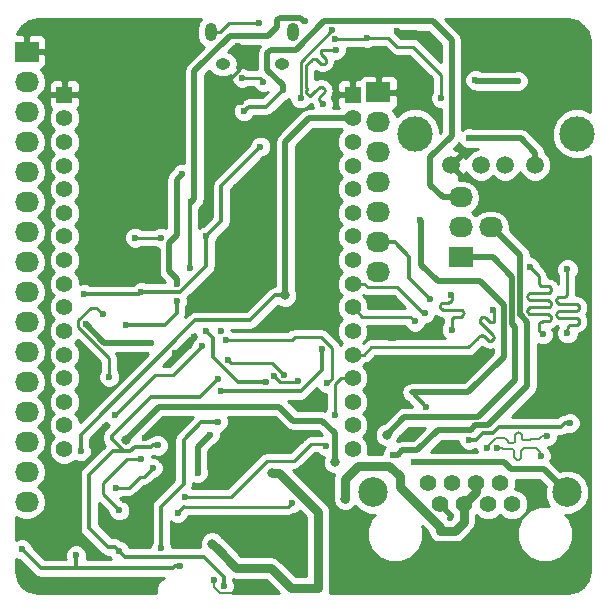
<source format=gbl>
G04 #@! TF.FileFunction,Copper,L2,Bot,Signal*
%FSLAX46Y46*%
G04 Gerber Fmt 4.6, Leading zero omitted, Abs format (unit mm)*
G04 Created by KiCad (PCBNEW 4.0.3-stable) date 09/30/16 23:41:21*
%MOMM*%
%LPD*%
G01*
G04 APERTURE LIST*
%ADD10C,0.100000*%
%ADD11C,1.400000*%
%ADD12C,2.500000*%
%ADD13R,2.032000X1.727200*%
%ADD14O,2.032000X1.727200*%
%ADD15O,1.250000X0.950000*%
%ADD16O,1.000000X1.550000*%
%ADD17C,1.501140*%
%ADD18C,2.999740*%
%ADD19R,1.400000X1.400000*%
%ADD20C,0.600000*%
%ADD21C,0.800000*%
%ADD22C,0.250000*%
%ADD23C,0.500000*%
%ADD24C,0.350000*%
%ADD25C,0.200000*%
%ADD26C,0.750000*%
%ADD27C,0.254000*%
G04 APERTURE END LIST*
D10*
D11*
X55580000Y-60000000D03*
X56600000Y-61780000D03*
X57620000Y-60000000D03*
X58640000Y-61780000D03*
X59660000Y-60000000D03*
X60680000Y-61780000D03*
X61700000Y-60000000D03*
X62720000Y-61780000D03*
D12*
X67350000Y-60760000D03*
X50950000Y-60760000D03*
D13*
X21600000Y-23480000D03*
D14*
X21600000Y-26020000D03*
X21600000Y-28560000D03*
X21600000Y-31100000D03*
X21600000Y-33640000D03*
X21600000Y-36180000D03*
X21600000Y-38720000D03*
X21600000Y-41260000D03*
X21600000Y-43800000D03*
X21600000Y-46340000D03*
X21600000Y-48880000D03*
X21600000Y-51420000D03*
X21600000Y-53960000D03*
X21600000Y-56500000D03*
X21600000Y-59040000D03*
X21600000Y-61580000D03*
D13*
X58346000Y-40868000D03*
D14*
X58346000Y-35788000D03*
X60886000Y-38328000D03*
X58346000Y-38328000D03*
D15*
X43200900Y-24500000D03*
X38200900Y-24500000D03*
D16*
X44200900Y-21800000D03*
X37200900Y-21800000D03*
D17*
X57528000Y-33067000D03*
X60068000Y-33067000D03*
X62100000Y-33067000D03*
X64640000Y-33067000D03*
D18*
X54480000Y-30400000D03*
X68196000Y-30400000D03*
D19*
X24800000Y-27100000D03*
D11*
X24800000Y-29100000D03*
X24800000Y-31100000D03*
X24800000Y-33100000D03*
X24800000Y-35100000D03*
X24800000Y-37100000D03*
X24800000Y-39100000D03*
X24800000Y-41100000D03*
X24800000Y-43100000D03*
X24800000Y-45100000D03*
X24800000Y-47100000D03*
X24800000Y-49100000D03*
X24800000Y-51100000D03*
X24800000Y-53100000D03*
X24800000Y-55100000D03*
X24800000Y-57100000D03*
X49200000Y-57100000D03*
X49200000Y-55100000D03*
X49200000Y-53100000D03*
X49200000Y-51100000D03*
X49200000Y-49100000D03*
X49200000Y-47100000D03*
X49200000Y-45100000D03*
X49200000Y-43100000D03*
X49200000Y-41100000D03*
X49200000Y-39100000D03*
X49200000Y-37100000D03*
X49200000Y-35100000D03*
X49200000Y-33100000D03*
X49200000Y-31100000D03*
X49200000Y-29100000D03*
D19*
X49200000Y-27100000D03*
D13*
X51400000Y-26900000D03*
D14*
X51400000Y-29440000D03*
X51400000Y-31980000D03*
X51400000Y-34520000D03*
X51400000Y-37060000D03*
X51400000Y-39600000D03*
X51400000Y-42140000D03*
D20*
X54900000Y-37700000D03*
X45200000Y-20900000D03*
X55400000Y-53500000D03*
X59075001Y-56324999D03*
X67600000Y-54900000D03*
X35500000Y-36200000D03*
X35400000Y-41800000D03*
X36800000Y-47100000D03*
X41900000Y-51400000D03*
X56700000Y-27400000D03*
X59100000Y-30800000D03*
X50443199Y-22292801D03*
X47700000Y-22400000D03*
X42100000Y-68900000D03*
X37500000Y-68200000D03*
X26950000Y-68650000D03*
X66650000Y-33700000D03*
X65450000Y-34850000D03*
X63300000Y-34850000D03*
X61700000Y-35000000D03*
X47300000Y-37500000D03*
X44760000Y-43980000D03*
X33080000Y-58040000D03*
X49490000Y-66810000D03*
X49510000Y-65900000D03*
X48280000Y-66350000D03*
X45110000Y-67010000D03*
X47410000Y-34020000D03*
X53960000Y-24330000D03*
X38040000Y-47080000D03*
X35800000Y-47620000D03*
X34150000Y-48970000D03*
X30580000Y-31150000D03*
X33740000Y-27220000D03*
X66310000Y-23680000D03*
X63700000Y-29360000D03*
X68730000Y-34640000D03*
X51700000Y-44950000D03*
X51250000Y-46820000D03*
X52680000Y-47690000D03*
X51700000Y-52130000D03*
X54680000Y-55550000D03*
X56790000Y-57180000D03*
X45000000Y-63350000D03*
X59150000Y-23650000D03*
X56200000Y-23150000D03*
X47800000Y-46250000D03*
X37550000Y-27450000D03*
X39775001Y-27732290D03*
X38450000Y-31700000D03*
X42150000Y-37950000D03*
X40000000Y-36050000D03*
X25600000Y-62200000D03*
X29550000Y-49350000D03*
X24400000Y-59100000D03*
X28250000Y-55200000D03*
X46700000Y-52950000D03*
X40333698Y-40868492D03*
X45700000Y-60175000D03*
X44800000Y-56350000D03*
X42000000Y-56200000D03*
X44600000Y-51300000D03*
X42524696Y-50900243D03*
X40000000Y-58300000D03*
X27200000Y-51400000D03*
X33374438Y-54631834D03*
X31605968Y-56203511D03*
X29900000Y-61400000D03*
X40100000Y-66100000D03*
X65200000Y-50500000D03*
X68100000Y-49800000D03*
X57300000Y-50500000D03*
X39500000Y-23000000D03*
X53000000Y-21675000D03*
X28400000Y-39800000D03*
X30100000Y-40800000D03*
X64700000Y-40600000D03*
X69100000Y-42900000D03*
X55800000Y-44400000D03*
X25800000Y-66100000D03*
X34600000Y-67000000D03*
X26200000Y-57300000D03*
D21*
X43500000Y-44100000D03*
D20*
X21200000Y-65600000D03*
X54400000Y-58200000D03*
D21*
X37300000Y-65100000D03*
X42400000Y-59100000D03*
X46300000Y-68900000D03*
D20*
X36800000Y-39100000D03*
X41400000Y-31500000D03*
X40000000Y-28500000D03*
X43300000Y-26700000D03*
X32100000Y-48100000D03*
X26600000Y-46500000D03*
X31300000Y-43800000D03*
X26500000Y-44000000D03*
X32300000Y-58700000D03*
X29200000Y-60400000D03*
X44050000Y-61700000D03*
X34400000Y-62500000D03*
X52600000Y-57600000D03*
X30000000Y-46600000D03*
X37100000Y-55900000D03*
X36100000Y-59100000D03*
X34800000Y-33800000D03*
X34300000Y-43100000D03*
X34300000Y-44600000D03*
D21*
X48600000Y-61300000D03*
D20*
X46930000Y-56850000D03*
X29450000Y-62300000D03*
X47700000Y-54250000D03*
X31300000Y-57975000D03*
X35000000Y-61200000D03*
X64200000Y-41700000D03*
X65300000Y-47400000D03*
X55300000Y-45600000D03*
X67400000Y-41900000D03*
X67400000Y-47300000D03*
X54500000Y-46300000D03*
X57500000Y-44100000D03*
X57600000Y-47000000D03*
X61100000Y-45300000D03*
D21*
X52100000Y-55900000D03*
X47700000Y-58200000D03*
X30000000Y-56300000D03*
D20*
X39850000Y-25675000D03*
X41627411Y-25987101D03*
X41250000Y-21050000D03*
X59600000Y-25850000D03*
X63200000Y-25950000D03*
X29400000Y-65700000D03*
X38300000Y-68700000D03*
X32700000Y-56800000D03*
X37800000Y-51200000D03*
X38700000Y-49600000D03*
X43400000Y-50800000D03*
X28050000Y-45700000D03*
X28600000Y-51000000D03*
X46600000Y-48600000D03*
X38100000Y-52200000D03*
X37800000Y-54800000D03*
X33000000Y-65500000D03*
X47480223Y-21630778D03*
X44800000Y-27400000D03*
X47800000Y-23300000D03*
X46700000Y-27900000D03*
X30800000Y-39200000D03*
X33000000Y-39200000D03*
X65675000Y-56025000D03*
X60600000Y-57000000D03*
X65117158Y-57682842D03*
X61400000Y-57000000D03*
X47079459Y-51535523D03*
X38500000Y-47850000D03*
X36450000Y-48400000D03*
X29050000Y-54250000D03*
D22*
X54330000Y-23030000D02*
X56700000Y-25400000D01*
X50874662Y-22300000D02*
X52240000Y-22300000D01*
X54330000Y-23030000D02*
X52970000Y-23030000D01*
X52970000Y-23030000D02*
X52240000Y-22300000D01*
D23*
X45200000Y-20900000D02*
X45100000Y-20900000D01*
X45100000Y-20900000D02*
X44774990Y-20574990D01*
X44774990Y-20574990D02*
X43025010Y-20574990D01*
X43025010Y-20574990D02*
X42790000Y-20810000D01*
X42790000Y-21360000D02*
X42060000Y-22090000D01*
X42790000Y-20810000D02*
X42790000Y-21360000D01*
X42060000Y-22090000D02*
X38810000Y-22090000D01*
X35799999Y-35900001D02*
X35500000Y-36200000D01*
X38810000Y-22090000D02*
X35799999Y-25100001D01*
X35799999Y-25100001D02*
X35799999Y-35900001D01*
D24*
X59075001Y-56324999D02*
X59625001Y-56324999D01*
X59625001Y-56324999D02*
X60224980Y-55725020D01*
X60224980Y-55725020D02*
X61115213Y-55725020D01*
X61115213Y-55725020D02*
X61640233Y-55200000D01*
X61640233Y-55200000D02*
X66875736Y-55200000D01*
X66875736Y-55200000D02*
X67175736Y-54900000D01*
X67175736Y-54900000D02*
X67600000Y-54900000D01*
D23*
X55000000Y-41500000D02*
X55000000Y-37800000D01*
X55000000Y-37800000D02*
X54900000Y-37700000D01*
X56400000Y-42900000D02*
X55000000Y-41500000D01*
X60000000Y-42900000D02*
X56400000Y-42900000D01*
X61999982Y-44899982D02*
X60000000Y-42900000D01*
X59000000Y-52300000D02*
X61999982Y-49300018D01*
X61999982Y-49300018D02*
X61999982Y-44899982D01*
X54200000Y-52300000D02*
X59000000Y-52300000D01*
D24*
X55400000Y-53500000D02*
X54200000Y-52300000D01*
X35400000Y-41800000D02*
X35400000Y-36300000D01*
X35400000Y-36300000D02*
X35500000Y-36200000D01*
X37400998Y-49300000D02*
X37400998Y-47700998D01*
X37400998Y-47700998D02*
X36800000Y-47100000D01*
X41900000Y-51400000D02*
X39500998Y-51400000D01*
X39500998Y-51400000D02*
X37400998Y-49300000D01*
D22*
X56700000Y-25400000D02*
X56700000Y-27400000D01*
X50443199Y-22292801D02*
X50867463Y-22292801D01*
X50867463Y-22292801D02*
X50874662Y-22300000D01*
D23*
X63434466Y-30800000D02*
X59100000Y-30800000D01*
X64640000Y-33067000D02*
X64640000Y-32005534D01*
X64640000Y-32005534D02*
X63434466Y-30800000D01*
D22*
X47700000Y-22400000D02*
X50336000Y-22400000D01*
X50336000Y-22400000D02*
X50443199Y-22292801D01*
D25*
X37500000Y-68200000D02*
X37500000Y-68788002D01*
X37500000Y-68788002D02*
X38011999Y-69300001D01*
X38011999Y-69300001D02*
X41699999Y-69300001D01*
X41699999Y-69300001D02*
X42100000Y-68900000D01*
D24*
X42100000Y-68900000D02*
X41675736Y-68900000D01*
D25*
X65450000Y-34850000D02*
X65500000Y-34850000D01*
X65500000Y-34850000D02*
X66650000Y-33700000D01*
X61700000Y-35000000D02*
X63150000Y-35000000D01*
X63150000Y-35000000D02*
X63300000Y-34850000D01*
X47800000Y-46250000D02*
X47800000Y-38000000D01*
X47800000Y-38000000D02*
X47300000Y-37500000D01*
D24*
X48280000Y-66350000D02*
X49060000Y-66350000D01*
X49060000Y-66350000D02*
X49510000Y-65900000D01*
D25*
X34150000Y-48970000D02*
X35500000Y-47620000D01*
X35500000Y-47620000D02*
X35800000Y-47620000D01*
X33460000Y-27924264D02*
X33460000Y-28270000D01*
X33460000Y-28270000D02*
X30580000Y-31150000D01*
X33740000Y-27220000D02*
X33740000Y-27644264D01*
X33740000Y-27644264D02*
X33460000Y-27924264D01*
X66330000Y-26730000D02*
X66330000Y-23700000D01*
X66330000Y-23700000D02*
X66310000Y-23680000D01*
X63700000Y-29360000D02*
X66330000Y-26730000D01*
X66680000Y-33014264D02*
X66680000Y-32340000D01*
X66680000Y-32340000D02*
X63700000Y-29360000D01*
X68730000Y-34640000D02*
X68305736Y-34640000D01*
X68305736Y-34640000D02*
X66680000Y-33014264D01*
X52540000Y-47875000D02*
X52305000Y-47875000D01*
X52305000Y-47875000D02*
X51250000Y-46820000D01*
X56815736Y-50440000D02*
X53390000Y-50440000D01*
X53390000Y-50440000D02*
X51700000Y-52130000D01*
X57300000Y-50500000D02*
X56875736Y-50500000D01*
X56875736Y-50500000D02*
X56815736Y-50440000D01*
D22*
X55150000Y-22350000D02*
X56100000Y-23300000D01*
X55150000Y-22350000D02*
X55400000Y-22350000D01*
X55400000Y-22350000D02*
X56200000Y-23150000D01*
X54475000Y-21675000D02*
X55150000Y-22350000D01*
X39650000Y-24925736D02*
X39500000Y-24775736D01*
X39500000Y-24775736D02*
X39500000Y-23000000D01*
X37550000Y-27450000D02*
X37550000Y-27025736D01*
X37550000Y-27025736D02*
X39650000Y-24925736D01*
X39775001Y-27732290D02*
X37832290Y-27732290D01*
X37832290Y-27732290D02*
X37550000Y-27450000D01*
X40333698Y-40868492D02*
X40333698Y-39766302D01*
X40333698Y-39766302D02*
X42150000Y-37950000D01*
X27200000Y-57550000D02*
X25650000Y-59100000D01*
X25650000Y-59100000D02*
X24400000Y-59100000D01*
X27200000Y-56800000D02*
X27200000Y-57550000D01*
X27950001Y-56049999D02*
X27200000Y-56800000D01*
X28250000Y-55200000D02*
X27950001Y-55499999D01*
X27950001Y-55499999D02*
X27950001Y-56049999D01*
X42000000Y-56200000D02*
X44600000Y-56200000D01*
X44600000Y-56200000D02*
X44900000Y-56500000D01*
X42524696Y-50900243D02*
X43049454Y-51425001D01*
X43049454Y-51425001D02*
X44474999Y-51425001D01*
X44474999Y-51425001D02*
X44600000Y-51300000D01*
X31605968Y-56203511D02*
X31802761Y-56203511D01*
X31802761Y-56203511D02*
X33374438Y-54631834D01*
D24*
X68100000Y-49800000D02*
X65900000Y-49800000D01*
X65900000Y-49800000D02*
X65200000Y-50500000D01*
D22*
X53000000Y-21675000D02*
X54475000Y-21675000D01*
D24*
X51400000Y-39600000D02*
X52766000Y-39600000D01*
X54000000Y-40834000D02*
X54000000Y-42600000D01*
X52766000Y-39600000D02*
X54000000Y-40834000D01*
X54000000Y-42600000D02*
X55800000Y-44400000D01*
X33975736Y-67200000D02*
X25800000Y-67200000D01*
X25800000Y-67200000D02*
X22800000Y-67200000D01*
X25800000Y-66100000D02*
X25800000Y-66524264D01*
X25800000Y-66524264D02*
X25800000Y-67200000D01*
X22800000Y-67200000D02*
X21200000Y-65600000D01*
X34600000Y-67000000D02*
X34175736Y-67000000D01*
X34175736Y-67000000D02*
X33975736Y-67200000D01*
X35900000Y-46200000D02*
X26200000Y-55900000D01*
X26200000Y-55900000D02*
X26200000Y-57300000D01*
X40500000Y-46200000D02*
X35900000Y-46200000D01*
X42600000Y-44100000D02*
X40500000Y-46200000D01*
X43500000Y-44100000D02*
X42600000Y-44100000D01*
D23*
X43500000Y-31100000D02*
X43500000Y-44100000D01*
X45500000Y-29100000D02*
X43500000Y-31100000D01*
X49200000Y-29100000D02*
X45500000Y-29100000D01*
X62600000Y-58800000D02*
X65390000Y-58800000D01*
X65390000Y-58800000D02*
X67350000Y-60760000D01*
X62000000Y-58200000D02*
X62600000Y-58800000D01*
X54400000Y-58200000D02*
X62000000Y-58200000D01*
D26*
X46300000Y-68900000D02*
X44000000Y-68900000D01*
X44000000Y-68900000D02*
X42275001Y-67175001D01*
X42275001Y-67175001D02*
X39375001Y-67175001D01*
X39375001Y-67175001D02*
X37699999Y-65499999D01*
X37699999Y-65499999D02*
X37300000Y-65100000D01*
X42400000Y-59100000D02*
X42965685Y-59100000D01*
X42965685Y-59100000D02*
X46300000Y-62434315D01*
X46300000Y-62434315D02*
X46300000Y-68334315D01*
X46300000Y-68334315D02*
X46300000Y-68900000D01*
D23*
X58346000Y-35788000D02*
X56830000Y-35788000D01*
X55980777Y-20880777D02*
X46819223Y-20880777D01*
X56830000Y-35788000D02*
X55800000Y-34758000D01*
X55800000Y-34758000D02*
X55800000Y-32400000D01*
X57600000Y-22500000D02*
X55980777Y-20880777D01*
X44400000Y-23300000D02*
X42300000Y-23300000D01*
X55800000Y-32400000D02*
X57600000Y-30600000D01*
X57600000Y-30600000D02*
X57600000Y-22500000D01*
X46819223Y-20880777D02*
X44400000Y-23300000D01*
X42300000Y-23300000D02*
X42000000Y-23600000D01*
X42000000Y-23600000D02*
X42000000Y-24975736D01*
X42000000Y-24975736D02*
X43300000Y-26275736D01*
X43300000Y-26275736D02*
X43300000Y-26700000D01*
D24*
X31300000Y-43800000D02*
X34600000Y-43800000D01*
X34600000Y-43800000D02*
X36800000Y-41600000D01*
X36800000Y-41600000D02*
X36800000Y-39100000D01*
X38100000Y-34800000D02*
X38100000Y-37800000D01*
X38100000Y-37800000D02*
X36800000Y-39100000D01*
X38600000Y-34300000D02*
X38100000Y-34800000D01*
X39400000Y-33500000D02*
X38600000Y-34300000D01*
X41400000Y-31500000D02*
X39400000Y-33500000D01*
X41900000Y-28100000D02*
X40400000Y-28100000D01*
X40400000Y-28100000D02*
X40000000Y-28500000D01*
X43300000Y-26700000D02*
X41900000Y-28100000D01*
D23*
X32100000Y-48100000D02*
X28200000Y-48100000D01*
X28200000Y-48100000D02*
X26600000Y-46500000D01*
D24*
X26500000Y-44000000D02*
X31100000Y-44000000D01*
X31100000Y-44000000D02*
X31300000Y-43800000D01*
D22*
X31200000Y-59450000D02*
X31550000Y-59450000D01*
X31550000Y-59450000D02*
X32300000Y-58700000D01*
X30250000Y-60400000D02*
X31200000Y-59450000D01*
X29200000Y-60400000D02*
X30250000Y-60400000D01*
X34900000Y-62000000D02*
X43750000Y-62000000D01*
X43750000Y-62000000D02*
X44050000Y-61700000D01*
D24*
X34900000Y-62000000D02*
X34400000Y-62500000D01*
D23*
X52600000Y-57600000D02*
X53024264Y-57600000D01*
X53024264Y-57600000D02*
X53424264Y-57200000D01*
X64000000Y-46334781D02*
X63454008Y-45788789D01*
X53424264Y-57200000D02*
X54700000Y-57200000D01*
X54700000Y-57200000D02*
X56400000Y-55500000D01*
X59599990Y-55100010D02*
X60699990Y-55100010D01*
X56400000Y-55500000D02*
X59200000Y-55500000D01*
X60699990Y-55100010D02*
X64000000Y-51800000D01*
X59200000Y-55500000D02*
X59599990Y-55100010D01*
X64000000Y-51800000D02*
X64000000Y-46334781D01*
X63454008Y-45788789D02*
X63411211Y-45788789D01*
X63411211Y-40700811D02*
X61038400Y-38328000D01*
X61038400Y-38328000D02*
X60886000Y-38328000D01*
X63411211Y-45788789D02*
X63411211Y-40700811D01*
D24*
X33650000Y-46250000D02*
X34300000Y-45600000D01*
X30000000Y-46600000D02*
X33300000Y-46600000D01*
X33300000Y-46600000D02*
X33650000Y-46250000D01*
D23*
X36100000Y-59100000D02*
X36100000Y-56900000D01*
X36100000Y-56900000D02*
X37100000Y-55900000D01*
X34300000Y-43100000D02*
X34300000Y-42675736D01*
X34300000Y-42675736D02*
X33675001Y-42050737D01*
X33675001Y-42050737D02*
X33675001Y-39635001D01*
X34300000Y-34300000D02*
X34800000Y-33800000D01*
X33675001Y-39635001D02*
X34300000Y-39010002D01*
X34300000Y-39010002D02*
X34300000Y-34300000D01*
D24*
X34300000Y-45600000D02*
X34300000Y-44600000D01*
D26*
X49700000Y-58500000D02*
X48600000Y-59600000D01*
X48600000Y-59600000D02*
X48600000Y-61300000D01*
X52300000Y-58500000D02*
X49700000Y-58500000D01*
X53200000Y-59400000D02*
X52300000Y-58500000D01*
X53200000Y-60308998D02*
X53200000Y-59400000D01*
X56600000Y-64000000D02*
X56600000Y-63708998D01*
X56600000Y-63708998D02*
X53200000Y-60308998D01*
X57900000Y-64000000D02*
X56600000Y-64000000D01*
X58640000Y-63260000D02*
X57900000Y-64000000D01*
X58640000Y-61780000D02*
X58640000Y-63260000D01*
X59660000Y-60000000D02*
X59660000Y-60760000D01*
X59660000Y-60760000D02*
X58640000Y-61780000D01*
D22*
X45680515Y-56675491D02*
X46755491Y-56675491D01*
X46755491Y-56675491D02*
X46930000Y-56850000D01*
X31300000Y-57975000D02*
X30125000Y-57975000D01*
X30125000Y-57975000D02*
X28100000Y-60000000D01*
X28100000Y-60000000D02*
X28100000Y-60950000D01*
X28100000Y-60950000D02*
X29450000Y-62300000D01*
X47700000Y-51610051D02*
X47700000Y-54250000D01*
X49200000Y-51100000D02*
X48210051Y-51100000D01*
X48210051Y-51100000D02*
X47700000Y-51610051D01*
X42000000Y-58100000D02*
X38900000Y-61200000D01*
X38900000Y-61200000D02*
X35000000Y-61200000D01*
X45680515Y-56675491D02*
X44256006Y-58100000D01*
X44256006Y-58100000D02*
X42000000Y-58100000D01*
X65887046Y-46234549D02*
X65934549Y-46187046D01*
X65233243Y-46307521D02*
X65300000Y-46300000D01*
X65300000Y-47400000D02*
X65000000Y-47100000D01*
X65000000Y-47100000D02*
X65000000Y-46600000D01*
X65169834Y-46329709D02*
X65233243Y-46307521D01*
X65970290Y-46130165D02*
X65992478Y-46066756D01*
X65000000Y-46600000D02*
X65007521Y-46533243D01*
X65992478Y-45933243D02*
X65970290Y-45869834D01*
X65007521Y-46533243D02*
X65029709Y-46469834D01*
X65766756Y-43307521D02*
X65700000Y-43300000D01*
X65029709Y-46469834D02*
X65065450Y-46412953D01*
X64169835Y-44470290D02*
X64112954Y-44434549D01*
X65065450Y-46412953D02*
X65112953Y-46365450D01*
X65112953Y-46365450D02*
X65169834Y-46329709D01*
X65007521Y-43066756D02*
X65000000Y-43000000D01*
X64169835Y-45670290D02*
X64112954Y-45634549D01*
X64112954Y-45165450D02*
X64169835Y-45129709D01*
X65766756Y-46292478D02*
X65830165Y-46270290D01*
X64112954Y-45634549D02*
X64065451Y-45587046D01*
X65830165Y-43870290D02*
X65887046Y-43834549D01*
X65830165Y-45070290D02*
X65887046Y-45034549D01*
X65300000Y-46300000D02*
X65700000Y-46300000D01*
X65992478Y-44866756D02*
X66000000Y-44800000D01*
X65934549Y-46187046D02*
X65970290Y-46130165D01*
X65700000Y-46300000D02*
X65766756Y-46292478D01*
X64233244Y-45692478D02*
X64169835Y-45670290D01*
X65992478Y-43666756D02*
X66000000Y-43600000D01*
X64300000Y-45700000D02*
X64233244Y-45692478D01*
X65830165Y-46270290D02*
X65887046Y-46234549D01*
X65992478Y-46066756D02*
X66000000Y-46000000D01*
X65766756Y-45092478D02*
X65830165Y-45070290D01*
X66000000Y-46000000D02*
X65992478Y-45933243D01*
X65830165Y-45729709D02*
X65766756Y-45707521D01*
X64300000Y-44500000D02*
X64233244Y-44492478D01*
X65700000Y-45700000D02*
X64300000Y-45700000D01*
X65970290Y-45869834D02*
X65934549Y-45812953D01*
X65934549Y-45812953D02*
X65887046Y-45765450D01*
X65887046Y-45765450D02*
X65830165Y-45729709D01*
X65169834Y-43270290D02*
X65112953Y-43234549D01*
X65766756Y-45707521D02*
X65700000Y-45700000D01*
X65700000Y-44500000D02*
X64300000Y-44500000D01*
X64065451Y-45587046D02*
X64029710Y-45530165D01*
X64029710Y-45530165D02*
X64007522Y-45466756D01*
X64007522Y-45466756D02*
X64000000Y-45400000D01*
X64000000Y-45400000D02*
X64007522Y-45333243D01*
X65970290Y-43469834D02*
X65934549Y-43412953D01*
X64007522Y-45333243D02*
X64029710Y-45269834D01*
X65700000Y-45100000D02*
X65766756Y-45092478D01*
X64029710Y-45269834D02*
X64065451Y-45212953D01*
X64065451Y-45212953D02*
X64112954Y-45165450D01*
X64065451Y-44387046D02*
X64029710Y-44330165D01*
X65970290Y-44669834D02*
X65934549Y-44612953D01*
X64169835Y-45129709D02*
X64233244Y-45107521D01*
X65766756Y-43892478D02*
X65830165Y-43870290D01*
X64233244Y-45107521D02*
X64300000Y-45100000D01*
X64300000Y-45100000D02*
X65700000Y-45100000D01*
X65887046Y-45034549D02*
X65934549Y-44987046D01*
X65934549Y-44987046D02*
X65970290Y-44930165D01*
X65970290Y-44930165D02*
X65992478Y-44866756D01*
X66000000Y-44800000D02*
X65992478Y-44733243D01*
X65992478Y-44733243D02*
X65970290Y-44669834D01*
X65934549Y-44612953D02*
X65887046Y-44565450D01*
X65065450Y-43187046D02*
X65029709Y-43130165D01*
X65887046Y-44565450D02*
X65830165Y-44529709D01*
X65830165Y-44529709D02*
X65766756Y-44507521D01*
X65766756Y-44507521D02*
X65700000Y-44500000D01*
X64233244Y-44492478D02*
X64169835Y-44470290D01*
X65700000Y-43300000D02*
X65300000Y-43300000D01*
X64112954Y-44434549D02*
X64065451Y-44387046D01*
X64029710Y-44330165D02*
X64007522Y-44266756D01*
X64007522Y-44266756D02*
X64000000Y-44200000D01*
X64000000Y-44200000D02*
X64007522Y-44133243D01*
X64007522Y-44133243D02*
X64029710Y-44069834D01*
X64029710Y-44069834D02*
X64065451Y-44012953D01*
X65000000Y-43000000D02*
X65000000Y-42500000D01*
X64065451Y-44012953D02*
X64112954Y-43965450D01*
X64112954Y-43965450D02*
X64169835Y-43929709D01*
X64169835Y-43929709D02*
X64233244Y-43907521D01*
X64233244Y-43907521D02*
X64300000Y-43900000D01*
X64300000Y-43900000D02*
X65700000Y-43900000D01*
X65300000Y-43300000D02*
X65233243Y-43292478D01*
X65700000Y-43900000D02*
X65766756Y-43892478D01*
X65887046Y-43834549D02*
X65934549Y-43787046D01*
X65233243Y-43292478D02*
X65169834Y-43270290D01*
X65934549Y-43787046D02*
X65970290Y-43730165D01*
X65887046Y-43365450D02*
X65830165Y-43329709D01*
X65970290Y-43730165D02*
X65992478Y-43666756D01*
X66000000Y-43600000D02*
X65992478Y-43533243D01*
X64952464Y-42452464D02*
X64200000Y-41700000D01*
X65992478Y-43533243D02*
X65970290Y-43469834D01*
X65934549Y-43412953D02*
X65887046Y-43365450D01*
X65830165Y-43329709D02*
X65766756Y-43307521D01*
X65112953Y-43234549D02*
X65065450Y-43187046D01*
X65029709Y-43130165D02*
X65007521Y-43066756D01*
X65000000Y-42500000D02*
X64952464Y-42452464D01*
X53000000Y-43400000D02*
X55200000Y-45600000D01*
X55200000Y-45600000D02*
X55300000Y-45600000D01*
X50489949Y-43400000D02*
X53000000Y-43400000D01*
X49200000Y-43100000D02*
X50189949Y-43100000D01*
X50189949Y-43100000D02*
X50489949Y-43400000D01*
X67400000Y-47300000D02*
X67400000Y-46900000D01*
X66683244Y-44792478D02*
X66619835Y-44770290D01*
X68334549Y-46487046D02*
X68370290Y-46430165D01*
X67633243Y-46607521D02*
X67700000Y-46600000D01*
X66750000Y-46000000D02*
X66683244Y-45992478D01*
X67100000Y-44200000D02*
X67166757Y-44192478D01*
X66683244Y-45407521D02*
X66750000Y-45400000D01*
X68287046Y-44865450D02*
X68230165Y-44829709D01*
X66457522Y-45766756D02*
X66450000Y-45700000D01*
X68100000Y-45400000D02*
X68166756Y-45392478D01*
X67400000Y-46900000D02*
X67407521Y-46833243D01*
X67230166Y-44170290D02*
X67287047Y-44134549D01*
X66479710Y-44369834D02*
X66515451Y-44312953D01*
X68370290Y-46430165D02*
X68392478Y-46366756D01*
X67407521Y-46833243D02*
X67429709Y-46769834D01*
X67465450Y-46712953D02*
X67512953Y-46665450D01*
X68166756Y-46007521D02*
X68100000Y-46000000D01*
X67166757Y-44192478D02*
X67230166Y-44170290D01*
X68392478Y-46366756D02*
X68400000Y-46300000D01*
X67429709Y-46769834D02*
X67465450Y-46712953D01*
X68166756Y-46592478D02*
X68230165Y-46570290D01*
X66562954Y-45465450D02*
X66619835Y-45429709D01*
X67512953Y-46665450D02*
X67569834Y-46629709D01*
X68230165Y-46570290D02*
X68287046Y-46534549D01*
X66619835Y-44229709D02*
X66683244Y-44207521D01*
X67569834Y-46629709D02*
X67633243Y-46607521D01*
X67700000Y-46600000D02*
X68100000Y-46600000D01*
X66562954Y-45934549D02*
X66515451Y-45887046D01*
X68100000Y-46600000D02*
X68166756Y-46592478D01*
X68100000Y-46000000D02*
X66750000Y-46000000D01*
X68392478Y-45033243D02*
X68370290Y-44969834D01*
X68287046Y-46534549D02*
X68334549Y-46487046D01*
X68230165Y-44829709D02*
X68166756Y-44807521D01*
X66619835Y-44770290D02*
X66562954Y-44734549D01*
X68287046Y-46065450D02*
X68230165Y-46029709D01*
X68400000Y-46300000D02*
X68392478Y-46233243D01*
X66450000Y-45700000D02*
X66457522Y-45633243D01*
X68392478Y-46233243D02*
X68370290Y-46169834D01*
X67400000Y-43136643D02*
X67400000Y-41900000D01*
X68370290Y-46169834D02*
X68334549Y-46112953D01*
X68334549Y-46112953D02*
X68287046Y-46065450D01*
X68100000Y-44800000D02*
X66750000Y-44800000D01*
X68230165Y-46029709D02*
X68166756Y-46007521D01*
X66457522Y-44566756D02*
X66450000Y-44500000D01*
X66683244Y-45992478D02*
X66619835Y-45970290D01*
X66750000Y-44800000D02*
X66683244Y-44792478D01*
X66619835Y-45970290D02*
X66562954Y-45934549D01*
X66515451Y-45887046D02*
X66479710Y-45830165D01*
X66479710Y-45830165D02*
X66457522Y-45766756D01*
X66457522Y-45633243D02*
X66479710Y-45569834D01*
X66750000Y-45400000D02*
X68100000Y-45400000D01*
X66479710Y-45569834D02*
X66515451Y-45512953D01*
X66515451Y-45512953D02*
X66562954Y-45465450D01*
X67370291Y-44030165D02*
X67392479Y-43966756D01*
X66619835Y-45429709D02*
X66683244Y-45407521D01*
X68166756Y-45392478D02*
X68230165Y-45370290D01*
X68230165Y-45370290D02*
X68287046Y-45334549D01*
X66479710Y-44630165D02*
X66457522Y-44566756D01*
X66515451Y-44687046D02*
X66479710Y-44630165D01*
X68287046Y-45334549D02*
X68334549Y-45287046D01*
X68334549Y-45287046D02*
X68370290Y-45230165D01*
X68370290Y-45230165D02*
X68392478Y-45166756D01*
X68392478Y-45166756D02*
X68400000Y-45100000D01*
X68400000Y-45100000D02*
X68392478Y-45033243D01*
X68370290Y-44969834D02*
X68334549Y-44912953D01*
X68334549Y-44912953D02*
X68287046Y-44865450D01*
X68166756Y-44807521D02*
X68100000Y-44800000D01*
X66562954Y-44734549D02*
X66515451Y-44687046D01*
X66450000Y-44500000D02*
X66457522Y-44433243D01*
X66457522Y-44433243D02*
X66479710Y-44369834D01*
X66515451Y-44312953D02*
X66562954Y-44265450D01*
X66562954Y-44265450D02*
X66619835Y-44229709D01*
X66683244Y-44207521D02*
X66750000Y-44200000D01*
X66750000Y-44200000D02*
X67100000Y-44200000D01*
X67287047Y-44134549D02*
X67334550Y-44087046D01*
X67334550Y-44087046D02*
X67370291Y-44030165D01*
X67392479Y-43966756D02*
X67400000Y-43900000D01*
X67400000Y-43900000D02*
X67400000Y-43136643D01*
X50000000Y-45900000D02*
X54100000Y-45900000D01*
X54100000Y-45900000D02*
X54500000Y-46300000D01*
X49200000Y-45100000D02*
X50000000Y-45900000D01*
X56900000Y-44700000D02*
X56833243Y-44707521D01*
X58300000Y-45900000D02*
X57900000Y-45900000D01*
X57500000Y-44100000D02*
X57600000Y-44200000D01*
X57600000Y-44200000D02*
X57600000Y-44400000D01*
X57366756Y-44692478D02*
X57300000Y-44700000D01*
X57600000Y-44400000D02*
X57592478Y-44466756D01*
X58534550Y-45412953D02*
X58570291Y-45469834D01*
X57592478Y-44466756D02*
X57570290Y-44530165D01*
X56833243Y-44707521D02*
X56769834Y-44729709D01*
X56712953Y-44765450D02*
X56665450Y-44812953D01*
X57570290Y-44530165D02*
X57534549Y-44587046D01*
X57534549Y-44587046D02*
X57487046Y-44634549D01*
X57665451Y-46012953D02*
X57629710Y-46069834D01*
X56769834Y-45270290D02*
X56833243Y-45292478D01*
X57487046Y-44634549D02*
X57430165Y-44670290D01*
X58592479Y-45533243D02*
X58600000Y-45600000D01*
X57430165Y-44670290D02*
X57366756Y-44692478D01*
X57629710Y-46069834D02*
X57607522Y-46133243D01*
X56665450Y-44812953D02*
X56629709Y-44869834D01*
X57900000Y-45900000D02*
X57833244Y-45907521D01*
X56629709Y-45130165D02*
X56665450Y-45187046D01*
X56665450Y-45187046D02*
X56712953Y-45234549D01*
X57300000Y-44700000D02*
X56900000Y-44700000D01*
X56769834Y-44729709D02*
X56712953Y-44765450D01*
X56629709Y-44869834D02*
X56607521Y-44933243D01*
X56900000Y-45300000D02*
X58300000Y-45300000D01*
X56607521Y-44933243D02*
X56600000Y-45000000D01*
X56600000Y-45000000D02*
X56607521Y-45066756D01*
X58592479Y-45666756D02*
X58570291Y-45730165D01*
X56607521Y-45066756D02*
X56629709Y-45130165D01*
X58430166Y-45329709D02*
X58487047Y-45365450D01*
X56712953Y-45234549D02*
X56769834Y-45270290D01*
X56833243Y-45292478D02*
X56900000Y-45300000D01*
X57600000Y-46200000D02*
X57600000Y-47000000D01*
X58300000Y-45300000D02*
X58366757Y-45307521D01*
X58570291Y-45469834D02*
X58592479Y-45533243D01*
X58366757Y-45307521D02*
X58430166Y-45329709D01*
X58430166Y-45870290D02*
X58366757Y-45892478D01*
X58487047Y-45365450D02*
X58534550Y-45412953D01*
X58600000Y-45600000D02*
X58592479Y-45666756D01*
X58570291Y-45730165D02*
X58534550Y-45787046D01*
X58534550Y-45787046D02*
X58487047Y-45834549D01*
X58487047Y-45834549D02*
X58430166Y-45870290D01*
X57712954Y-45965450D02*
X57665451Y-46012953D01*
X58366757Y-45892478D02*
X58300000Y-45900000D01*
X57833244Y-45907521D02*
X57769835Y-45929709D01*
X57769835Y-45929709D02*
X57712954Y-45965450D01*
X57607522Y-46133243D02*
X57600000Y-46200000D01*
X61100000Y-45300000D02*
X61200000Y-45400000D01*
X60026742Y-46388898D02*
X60068628Y-46441421D01*
X59982646Y-46195699D02*
X59982646Y-46262878D01*
X61200000Y-46300000D02*
X61147477Y-46341885D01*
X61144562Y-47609913D02*
X61144561Y-47677093D01*
X60828258Y-46341885D02*
X60775735Y-46300000D01*
X61129612Y-47544420D02*
X61144562Y-47609913D01*
X60379843Y-45946124D02*
X60314349Y-45931175D01*
X61129613Y-47742586D02*
X61100465Y-47803112D01*
X61200000Y-45400000D02*
X61200000Y-46300000D01*
X59982646Y-46262878D02*
X59997595Y-46328372D01*
X61147477Y-46341885D02*
X61086951Y-46371032D01*
X61086951Y-46371032D02*
X61021457Y-46385981D01*
X61021457Y-46385981D02*
X60954278Y-46385981D01*
X60954278Y-46385981D02*
X60888784Y-46371032D01*
X60492892Y-46017157D02*
X60440369Y-45975272D01*
X60888784Y-46371032D02*
X60828258Y-46341885D01*
X60775735Y-46300000D02*
X60492892Y-46017157D01*
X60440369Y-45975272D02*
X60379843Y-45946124D01*
X60068628Y-46441421D02*
X61058579Y-47431371D01*
X60314349Y-45931175D02*
X60247170Y-45931175D01*
X59927209Y-47572793D02*
X59828305Y-47671695D01*
X60247170Y-45931175D02*
X60181676Y-45946124D01*
X59000000Y-48500000D02*
X50789949Y-48500000D01*
X61058579Y-47431371D02*
X61100464Y-47483894D01*
X61100465Y-47803112D02*
X61058579Y-47855635D01*
X60181676Y-45946124D02*
X60121150Y-45975272D01*
X59997595Y-46130205D02*
X59982646Y-46195699D01*
X60121150Y-45975272D02*
X60068628Y-46017157D01*
X60068628Y-46017157D02*
X60026742Y-46069679D01*
X59979732Y-47530907D02*
X59927209Y-47572793D01*
X60026742Y-46069679D02*
X59997595Y-46130205D01*
X61006057Y-47897521D02*
X60945532Y-47926667D01*
X60880037Y-47941617D02*
X60812859Y-47941616D01*
X60298950Y-47530908D02*
X60238424Y-47501760D01*
X59997595Y-46328372D02*
X60026742Y-46388898D01*
X60105751Y-47486811D02*
X60040258Y-47501759D01*
X61100464Y-47483894D02*
X61129612Y-47544420D01*
X60747364Y-47926668D02*
X60686839Y-47897520D01*
X61144561Y-47677093D02*
X61129613Y-47742586D01*
X61058579Y-47855635D02*
X61006057Y-47897521D01*
X60945532Y-47926667D02*
X60880037Y-47941617D01*
X60812859Y-47941616D02*
X60747364Y-47926668D01*
X60686839Y-47897520D02*
X60634315Y-47855635D01*
X60634315Y-47855635D02*
X60351473Y-47572793D01*
X60351473Y-47572793D02*
X60298950Y-47530908D01*
X60238424Y-47501760D02*
X60172931Y-47486810D01*
X60172931Y-47486810D02*
X60105751Y-47486811D01*
X60040258Y-47501759D02*
X59979732Y-47530907D01*
X59828305Y-47671695D02*
X59000000Y-48500000D01*
X50789949Y-48500000D02*
X50189949Y-49100000D01*
X50189949Y-49100000D02*
X49200000Y-49100000D01*
D23*
X62950000Y-51250000D02*
X59800000Y-54400000D01*
X62950000Y-51250000D02*
X62950000Y-46750000D01*
X62950000Y-46750000D02*
X62699992Y-46499992D01*
X58346000Y-40868000D02*
X61068000Y-40868000D01*
X61068000Y-40868000D02*
X62711201Y-42511201D01*
X62711201Y-42511201D02*
X62711201Y-42588799D01*
X62711201Y-42588799D02*
X62699992Y-42600008D01*
X62699992Y-42600008D02*
X62699992Y-46499992D01*
X59800000Y-54400000D02*
X53600000Y-54400000D01*
X53600000Y-54400000D02*
X52100000Y-55900000D01*
X30000000Y-56300000D02*
X32800000Y-53500000D01*
X43000000Y-53500000D02*
X44200000Y-54700000D01*
X32800000Y-53500000D02*
X43000000Y-53500000D01*
X44200000Y-54700000D02*
X46650000Y-54700000D01*
X46650000Y-54700000D02*
X47700000Y-55750000D01*
X47700000Y-55750000D02*
X47700000Y-58200000D01*
D22*
X39850000Y-25700000D02*
X41340310Y-25700000D01*
X41340310Y-25700000D02*
X41440310Y-25800000D01*
X41440310Y-25800000D02*
X41627411Y-25987101D01*
X37200900Y-21800000D02*
X37950900Y-21800000D01*
X37950900Y-21800000D02*
X38700900Y-21050000D01*
X38700900Y-21050000D02*
X41250000Y-21050000D01*
D23*
X63200000Y-25950000D02*
X59700000Y-25950000D01*
X59700000Y-25950000D02*
X59600000Y-25850000D01*
D24*
X26900000Y-59300000D02*
X26900000Y-63800000D01*
X29400000Y-65700000D02*
X29100001Y-65400001D01*
X29100001Y-65400001D02*
X28500001Y-65400001D01*
X28500001Y-65400001D02*
X26900000Y-63800000D01*
X36600000Y-66200000D02*
X29900000Y-66200000D01*
X29900000Y-66200000D02*
X29400000Y-65700000D01*
X38300000Y-67900000D02*
X36600000Y-66200000D01*
X38300000Y-68700000D02*
X38300000Y-67900000D01*
X30750000Y-56900000D02*
X30350000Y-57300000D01*
X30350000Y-57300000D02*
X29852998Y-57300000D01*
X32175736Y-56900000D02*
X30750000Y-56900000D01*
X32700000Y-56800000D02*
X32275736Y-56800000D01*
X32275736Y-56800000D02*
X32175736Y-56900000D01*
X37800000Y-51200000D02*
X36300000Y-52700000D01*
X28900000Y-57300000D02*
X26900000Y-59300000D01*
X29852998Y-57300000D02*
X28900000Y-57300000D01*
X28800000Y-56000000D02*
X28800000Y-56247002D01*
X28800000Y-56247002D02*
X29852998Y-57300000D01*
X32100000Y-52700000D02*
X28800000Y-56000000D01*
X36300000Y-52700000D02*
X32100000Y-52700000D01*
D22*
X42400000Y-49800000D02*
X38900000Y-49800000D01*
X38900000Y-49800000D02*
X38700000Y-49600000D01*
X43400000Y-50800000D02*
X42400000Y-49800000D01*
X27024998Y-45150000D02*
X27500000Y-45150000D01*
X27500000Y-45150000D02*
X28050000Y-45700000D01*
X28600000Y-51000000D02*
X28600000Y-49425002D01*
X28600000Y-49425002D02*
X25974999Y-46800001D01*
X25974999Y-46800001D02*
X25974999Y-46199999D01*
X25974999Y-46199999D02*
X27024998Y-45150000D01*
D24*
X44800000Y-52200000D02*
X46600000Y-50400000D01*
X46600000Y-50400000D02*
X46600000Y-48600000D01*
X38100000Y-52200000D02*
X44800000Y-52200000D01*
X34900000Y-56300000D02*
X36400000Y-54800000D01*
X36400000Y-54800000D02*
X37800000Y-54800000D01*
X34900000Y-60100000D02*
X34900000Y-56300000D01*
X33000000Y-62000000D02*
X34900000Y-60100000D01*
X33000000Y-65500000D02*
X33000000Y-62000000D01*
D22*
X44800000Y-27400000D02*
X44800000Y-24300000D01*
X47480223Y-21630778D02*
X44811001Y-24300000D01*
X44811001Y-24300000D02*
X44800000Y-24300000D01*
X47800000Y-23300000D02*
X46600000Y-23300000D01*
X46424838Y-27614201D02*
X46466724Y-27666724D01*
X46968826Y-24252829D02*
X46953876Y-24318324D01*
X46600000Y-23300000D02*
X46558115Y-23352523D01*
X46882844Y-24431371D02*
X46830322Y-24473257D01*
X46123215Y-24106644D02*
X46062689Y-24077496D01*
X46558115Y-23352523D02*
X46528969Y-23413048D01*
X46511102Y-24473258D02*
X46458580Y-24431371D01*
X46528969Y-23413048D02*
X46514019Y-23478543D01*
X46395691Y-27355509D02*
X46380741Y-27421002D01*
X46600001Y-23724264D02*
X46882844Y-24007107D01*
X46835548Y-26713896D02*
X46835547Y-26781074D01*
X46953876Y-24318324D02*
X46924728Y-24378850D01*
X46571024Y-26449371D02*
X46636519Y-26464321D01*
X45279057Y-26738393D02*
X45264483Y-26768656D01*
X46514019Y-23478543D02*
X46514020Y-23545721D01*
X46636519Y-26464321D02*
X46697045Y-26493469D01*
X46514020Y-23545721D02*
X46528968Y-23611216D01*
X46458580Y-24431371D02*
X46175738Y-24148529D01*
X46528968Y-23611216D02*
X46558116Y-23671741D01*
X45803995Y-24106645D02*
X45751473Y-24148528D01*
X46438351Y-26464320D02*
X46503846Y-26449372D01*
X46637122Y-24517354D02*
X46571629Y-24502404D01*
X46571629Y-24502404D02*
X46511102Y-24473258D01*
X46924728Y-24378850D02*
X46882844Y-24431371D01*
X46558116Y-23671741D02*
X46600001Y-23724264D01*
X46882844Y-24007107D02*
X46924729Y-24059630D01*
X46924729Y-24059630D02*
X46953877Y-24120156D01*
X46953877Y-24120156D02*
X46968825Y-24185651D01*
X46175738Y-24148529D02*
X46123215Y-24106644D01*
X46968825Y-24185651D02*
X46968826Y-24252829D01*
X45320942Y-26526261D02*
X45335516Y-26556524D01*
X46830322Y-24473257D02*
X46769795Y-24502405D01*
X46062689Y-24077496D02*
X45997194Y-24062548D01*
X45335516Y-26556524D02*
X45342990Y-26589271D01*
X46769795Y-24502405D02*
X46704302Y-24517353D01*
X46704302Y-24517353D02*
X46637122Y-24517354D01*
X45997194Y-24062548D02*
X45930016Y-24062547D01*
X45667739Y-27171912D02*
X45698002Y-27157338D01*
X45751473Y-24148528D02*
X45645408Y-24254592D01*
X45930016Y-24062547D02*
X45864521Y-24077497D01*
X45864521Y-24077497D02*
X45803995Y-24106645D01*
X45335516Y-26655607D02*
X45320942Y-26685870D01*
X45645408Y-24254592D02*
X45300000Y-24600000D01*
X45300000Y-24600000D02*
X45300000Y-26500000D01*
X45264483Y-26867739D02*
X45279057Y-26898002D01*
X45300000Y-26500000D02*
X45320942Y-26526261D01*
X45342990Y-26589271D02*
X45342990Y-26622860D01*
X46835547Y-26781074D02*
X46820599Y-26846569D01*
X45342990Y-26622860D02*
X45335516Y-26655607D01*
X45320942Y-26685870D02*
X45279057Y-26738393D01*
X45264483Y-26768656D02*
X45257009Y-26801403D01*
X45257009Y-26801403D02*
X45257009Y-26834992D01*
X45257009Y-26834992D02*
X45264483Y-26867739D01*
X45698002Y-27157338D02*
X45724264Y-27136396D01*
X45279057Y-26898002D02*
X45300000Y-26924264D01*
X46325304Y-26535355D02*
X46377825Y-26493468D01*
X45300000Y-26924264D02*
X45512132Y-27136396D01*
X45512132Y-27136396D02*
X45538393Y-27157338D01*
X45634992Y-27179386D02*
X45667739Y-27171912D01*
X45538393Y-27157338D02*
X45568656Y-27171912D01*
X46820598Y-26648401D02*
X46835548Y-26713896D01*
X45568656Y-27171912D02*
X45601403Y-27179386D01*
X46042462Y-26818197D02*
X46325304Y-26535355D01*
X45601403Y-27179386D02*
X45634992Y-27179386D01*
X45724264Y-27136396D02*
X46042462Y-26818197D01*
X46377825Y-26493468D02*
X46438351Y-26464320D01*
X46503846Y-26449372D02*
X46571024Y-26449371D01*
X46697045Y-26493469D02*
X46749566Y-26535353D01*
X46395690Y-27553675D02*
X46424838Y-27614201D01*
X46749566Y-26535353D02*
X46791452Y-26587876D01*
X46791452Y-26587876D02*
X46820598Y-26648401D01*
X46820599Y-26846569D02*
X46791451Y-26907094D01*
X46791451Y-26907094D02*
X46749566Y-26959617D01*
X46380742Y-27488182D02*
X46395690Y-27553675D01*
X46749566Y-26959617D02*
X46466724Y-27242460D01*
X46466724Y-27242460D02*
X46424839Y-27294983D01*
X46424839Y-27294983D02*
X46395691Y-27355509D01*
X46380741Y-27421002D02*
X46380742Y-27488182D01*
X46466724Y-27666724D02*
X46700000Y-27900000D01*
X33000000Y-39200000D02*
X30800000Y-39200000D01*
D25*
X62525000Y-56600000D02*
X62809553Y-56600000D01*
X62809553Y-56600000D02*
X62945612Y-56463941D01*
X63550000Y-55975000D02*
X63543105Y-55913807D01*
X65675000Y-56025000D02*
X65250736Y-56025000D01*
X62415889Y-56561820D02*
X62388179Y-56534110D01*
X63336193Y-55706895D02*
X63275000Y-55700000D01*
X65250736Y-56025000D02*
X65025736Y-56250000D01*
X65025736Y-56250000D02*
X64325000Y-56250000D01*
X63446459Y-55759997D02*
X63394318Y-55727234D01*
X60600000Y-56911998D02*
X60600000Y-57000000D01*
X63163806Y-55706895D02*
X63105681Y-55727234D01*
X64325000Y-56250000D02*
X64286058Y-56254387D01*
X63009996Y-55803541D02*
X62977233Y-55855682D01*
X64286058Y-56254387D02*
X64249070Y-56267330D01*
X64249070Y-56267330D02*
X64215889Y-56288179D01*
X64188179Y-56315889D02*
X64167330Y-56349070D01*
X63053540Y-55759997D02*
X63009996Y-55803541D01*
X64215889Y-56288179D02*
X64188179Y-56315889D01*
X63225000Y-55700000D02*
X63163806Y-55706895D01*
X64167330Y-56349070D02*
X63629070Y-56349070D01*
X63629070Y-56349070D02*
X63550000Y-56270000D01*
X63550000Y-56270000D02*
X63550000Y-55975000D01*
X63543105Y-55913807D02*
X63522766Y-55855682D01*
X63522766Y-55855682D02*
X63490003Y-55803541D01*
X63490003Y-55803541D02*
X63446459Y-55759997D01*
X62284110Y-56288179D02*
X62250929Y-56267330D01*
X63394318Y-55727234D02*
X63336193Y-55706895D01*
X63275000Y-55700000D02*
X63225000Y-55700000D01*
X63105681Y-55727234D02*
X63053540Y-55759997D01*
X62977233Y-55855682D02*
X62956894Y-55913807D01*
X62950000Y-56425000D02*
X62945612Y-56463941D01*
X62956894Y-55913807D02*
X62950000Y-55975000D01*
X62950000Y-55975000D02*
X62950000Y-56425000D01*
X62332669Y-56349070D02*
X62311820Y-56315889D01*
X62388179Y-56534110D02*
X62367330Y-56500929D01*
X62367330Y-56500929D02*
X62354387Y-56463941D01*
X62250929Y-56267330D02*
X62213941Y-56254387D01*
X62525000Y-56600000D02*
X62486058Y-56595612D01*
X62486058Y-56595612D02*
X62449070Y-56582669D01*
X62449070Y-56582669D02*
X62415889Y-56561820D01*
X62354387Y-56463941D02*
X62345612Y-56386058D01*
X62345612Y-56386058D02*
X62332669Y-56349070D01*
X62311820Y-56315889D02*
X62284110Y-56288179D01*
X62213941Y-56254387D02*
X62175000Y-56250000D01*
X62175000Y-56250000D02*
X62050000Y-56125000D01*
X62050000Y-56125000D02*
X61386998Y-56125000D01*
X61386998Y-56125000D02*
X60600000Y-56911998D01*
X61400000Y-57000000D02*
X61750000Y-57000000D01*
X61920766Y-57100766D02*
X61820000Y-57000000D01*
X61820000Y-57000000D02*
X61750000Y-57000000D01*
X62760000Y-57100766D02*
X62892478Y-57233244D01*
X62760000Y-57100766D02*
X61920766Y-57100766D01*
X65117158Y-57439448D02*
X65082860Y-57405150D01*
X65117158Y-57682842D02*
X65117158Y-57439448D01*
X65082860Y-57405150D02*
X65082860Y-57365702D01*
X63012953Y-57934550D02*
X62965450Y-57887047D01*
X63470290Y-57830166D02*
X63434549Y-57887047D01*
X63133243Y-57992479D02*
X63069834Y-57970291D01*
X65082860Y-57365702D02*
X64717158Y-57000000D01*
X63434549Y-57887047D02*
X63387046Y-57934550D01*
X63565450Y-57112954D02*
X63529709Y-57169835D01*
X63507521Y-57233244D02*
X63500000Y-57300000D01*
X64717158Y-57000000D02*
X63800000Y-57000000D01*
X63800000Y-57000000D02*
X63733243Y-57007522D01*
X63733243Y-57007522D02*
X63669834Y-57029710D01*
X63669834Y-57029710D02*
X63612953Y-57065451D01*
X63529709Y-57169835D02*
X63507521Y-57233244D01*
X63612953Y-57065451D02*
X63565450Y-57112954D01*
X63500000Y-57300000D02*
X63500000Y-57700000D01*
X63500000Y-57700000D02*
X63492478Y-57766757D01*
X63492478Y-57766757D02*
X63470290Y-57830166D01*
X63069834Y-57970291D02*
X63012953Y-57934550D01*
X63387046Y-57934550D02*
X63330165Y-57970291D01*
X63330165Y-57970291D02*
X63266756Y-57992479D01*
X62965450Y-57887047D02*
X62929709Y-57830166D01*
X62929709Y-57830166D02*
X62907521Y-57766757D01*
X63266756Y-57992479D02*
X63200000Y-58000000D01*
X62900000Y-57700000D02*
X62900000Y-57300000D01*
X63200000Y-58000000D02*
X63133243Y-57992479D01*
X62907521Y-57766757D02*
X62900000Y-57700000D01*
X62900000Y-57300000D02*
X62892478Y-57233244D01*
D22*
X47450000Y-48524998D02*
X47450000Y-51164982D01*
X47450000Y-51164982D02*
X47079459Y-51535523D01*
X44300000Y-47600000D02*
X46525002Y-47600000D01*
X46525002Y-47600000D02*
X47450000Y-48524998D01*
X44050000Y-47850000D02*
X44300000Y-47600000D01*
X38500000Y-47850000D02*
X44050000Y-47850000D01*
X32450000Y-50850000D02*
X34000000Y-50850000D01*
X34000000Y-50850000D02*
X36450000Y-48400000D01*
X29050000Y-54250000D02*
X32450000Y-50850000D01*
D27*
G36*
X20972372Y-66517884D02*
X22227244Y-67772757D01*
X22490027Y-67948343D01*
X22800000Y-68010000D01*
X33204755Y-68010000D01*
X33036200Y-68079646D01*
X32730718Y-68384595D01*
X32565189Y-68783233D01*
X32564812Y-69214873D01*
X32595854Y-69290000D01*
X22569931Y-69290000D01*
X21820319Y-69140893D01*
X21244114Y-68755885D01*
X20859107Y-68179682D01*
X20710000Y-67430069D01*
X20710000Y-66408937D01*
X20972372Y-66517884D01*
X20972372Y-66517884D01*
G37*
X20972372Y-66517884D02*
X22227244Y-67772757D01*
X22490027Y-67948343D01*
X22800000Y-68010000D01*
X33204755Y-68010000D01*
X33036200Y-68079646D01*
X32730718Y-68384595D01*
X32565189Y-68783233D01*
X32564812Y-69214873D01*
X32595854Y-69290000D01*
X22569931Y-69290000D01*
X21820319Y-69140893D01*
X21244114Y-68755885D01*
X20859107Y-68179682D01*
X20710000Y-67430069D01*
X20710000Y-66408937D01*
X20972372Y-66517884D01*
G36*
X39375001Y-68185002D02*
X39375006Y-68185001D01*
X41856645Y-68185001D01*
X42961644Y-69290000D01*
X39032415Y-69290000D01*
X39092192Y-69230327D01*
X39234838Y-68886799D01*
X39235162Y-68514833D01*
X39110000Y-68211917D01*
X39110000Y-68132289D01*
X39375001Y-68185002D01*
X39375001Y-68185002D01*
G37*
X39375001Y-68185002D02*
X39375006Y-68185001D01*
X41856645Y-68185001D01*
X42961644Y-69290000D01*
X39032415Y-69290000D01*
X39092192Y-69230327D01*
X39234838Y-68886799D01*
X39235162Y-68514833D01*
X39110000Y-68211917D01*
X39110000Y-68132289D01*
X39375001Y-68185002D01*
G36*
X68179682Y-20859107D02*
X68755885Y-21244114D01*
X69140893Y-21820319D01*
X69290000Y-22569931D01*
X69290000Y-28542665D01*
X68622515Y-28265501D01*
X67773211Y-28264760D01*
X66988273Y-28589090D01*
X66387200Y-29189114D01*
X66061501Y-29973485D01*
X66060760Y-30822789D01*
X66385090Y-31607727D01*
X66985114Y-32208800D01*
X67769485Y-32534499D01*
X68618789Y-32535240D01*
X69290000Y-32257901D01*
X69290000Y-67430069D01*
X69140893Y-68179681D01*
X68755885Y-68755886D01*
X68179682Y-69140893D01*
X67430069Y-69290000D01*
X47258739Y-69290000D01*
X47334820Y-69106777D01*
X47335179Y-68695029D01*
X47310000Y-68634091D01*
X47310000Y-62434315D01*
X47259004Y-62177942D01*
X47233118Y-62047804D01*
X47135793Y-61902148D01*
X47014178Y-61720137D01*
X47014175Y-61720135D01*
X44154041Y-58860000D01*
X44256006Y-58860000D01*
X44546845Y-58802148D01*
X44793407Y-58637401D01*
X45995317Y-57435491D01*
X46193332Y-57435491D01*
X46399673Y-57642192D01*
X46743201Y-57784838D01*
X46751706Y-57784845D01*
X46665180Y-57993223D01*
X46664821Y-58404971D01*
X46822058Y-58785515D01*
X47112954Y-59076919D01*
X47493223Y-59234820D01*
X47662610Y-59234968D01*
X47590000Y-59600000D01*
X47590000Y-61033450D01*
X47565180Y-61093223D01*
X47564821Y-61504971D01*
X47722058Y-61885515D01*
X48012954Y-62176919D01*
X48393223Y-62334820D01*
X48804971Y-62335179D01*
X49185515Y-62177942D01*
X49444208Y-61919700D01*
X49880839Y-62357093D01*
X50573405Y-62644672D01*
X51101946Y-62645133D01*
X50779274Y-62967242D01*
X50415415Y-63843513D01*
X50414587Y-64792325D01*
X50776916Y-65669229D01*
X51447242Y-66340726D01*
X52323513Y-66704585D01*
X53272325Y-66705413D01*
X54149229Y-66343084D01*
X54820726Y-65672758D01*
X55184585Y-64796487D01*
X55185413Y-63847675D01*
X55097461Y-63634815D01*
X55621623Y-64158977D01*
X55666882Y-64386510D01*
X55885822Y-64714178D01*
X56213490Y-64933118D01*
X56600000Y-65010000D01*
X57900000Y-65010000D01*
X58286510Y-64933118D01*
X58614178Y-64714178D01*
X59354178Y-63974178D01*
X59573118Y-63646510D01*
X59650000Y-63260000D01*
X59650000Y-62658091D01*
X59660133Y-62647976D01*
X59922796Y-62911098D01*
X60413287Y-63114768D01*
X60944383Y-63115231D01*
X61435229Y-62912418D01*
X61700133Y-62647976D01*
X61962796Y-62911098D01*
X62453287Y-63114768D01*
X62984383Y-63115231D01*
X63475229Y-62912418D01*
X63851098Y-62537204D01*
X64054768Y-62046713D01*
X64055231Y-61515617D01*
X63852418Y-61024771D01*
X63477204Y-60648902D01*
X62986713Y-60445232D01*
X62960650Y-60445209D01*
X63034768Y-60266713D01*
X63035231Y-59735617D01*
X63014317Y-59685000D01*
X65023420Y-59685000D01*
X65540586Y-60202165D01*
X65465328Y-60383405D01*
X65464674Y-61133305D01*
X65751043Y-61826372D01*
X65859794Y-61935313D01*
X65027675Y-61934587D01*
X64150771Y-62296916D01*
X63479274Y-62967242D01*
X63115415Y-63843513D01*
X63114587Y-64792325D01*
X63476916Y-65669229D01*
X64147242Y-66340726D01*
X65023513Y-66704585D01*
X65972325Y-66705413D01*
X66849229Y-66343084D01*
X67520726Y-65672758D01*
X67884585Y-64796487D01*
X67885413Y-63847675D01*
X67523084Y-62970771D01*
X67197749Y-62644868D01*
X67723305Y-62645326D01*
X68416372Y-62358957D01*
X68947093Y-61829161D01*
X69234672Y-61136595D01*
X69235326Y-60386695D01*
X68948957Y-59693628D01*
X68419161Y-59162907D01*
X67726595Y-58875328D01*
X66976695Y-58874674D01*
X66792402Y-58950822D01*
X66015790Y-58174210D01*
X65998413Y-58162599D01*
X65945132Y-58126998D01*
X66051996Y-57869641D01*
X66052320Y-57497675D01*
X65910275Y-57153899D01*
X65716751Y-56960037D01*
X65860167Y-56960162D01*
X66203943Y-56818117D01*
X66467192Y-56555327D01*
X66609838Y-56211799D01*
X66610014Y-56010000D01*
X66875736Y-56010000D01*
X67185710Y-55948342D01*
X67377664Y-55820082D01*
X67413201Y-55834838D01*
X67785167Y-55835162D01*
X68128943Y-55693117D01*
X68392192Y-55430327D01*
X68534838Y-55086799D01*
X68535162Y-54714833D01*
X68393117Y-54371057D01*
X68130327Y-54107808D01*
X67786799Y-53965162D01*
X67414833Y-53964838D01*
X67071057Y-54106883D01*
X67066129Y-54111802D01*
X66865762Y-54151658D01*
X66752640Y-54227244D01*
X66602979Y-54327244D01*
X66540223Y-54390000D01*
X62661580Y-54390000D01*
X64625787Y-52425792D01*
X64625790Y-52425790D01*
X64817633Y-52138675D01*
X64842267Y-52014833D01*
X64885001Y-51800000D01*
X64885000Y-51799995D01*
X64885000Y-48240080D01*
X65113201Y-48334838D01*
X65485167Y-48335162D01*
X65828943Y-48193117D01*
X66092192Y-47930327D01*
X66234838Y-47586799D01*
X66235162Y-47214833D01*
X66129533Y-46959191D01*
X66134385Y-46957645D01*
X66139848Y-46953032D01*
X66154728Y-46944254D01*
X66170871Y-46938092D01*
X66177885Y-46936697D01*
X66182361Y-46933706D01*
X66234512Y-46913799D01*
X66291393Y-46878058D01*
X66331953Y-46839711D01*
X66336590Y-46836976D01*
X66340890Y-46831262D01*
X66353446Y-46819391D01*
X66367809Y-46809794D01*
X66374337Y-46806873D01*
X66378035Y-46802961D01*
X66424447Y-46771950D01*
X66471950Y-46724447D01*
X66477452Y-46716213D01*
X66487499Y-46717632D01*
X66492527Y-46719551D01*
X66499674Y-46719351D01*
X66516786Y-46721766D01*
X66598146Y-46747699D01*
X66626608Y-46750906D01*
X66607808Y-46769673D01*
X66465162Y-47113201D01*
X66464838Y-47485167D01*
X66606883Y-47828943D01*
X66869673Y-48092192D01*
X67213201Y-48234838D01*
X67585167Y-48235162D01*
X67928943Y-48093117D01*
X68192192Y-47830327D01*
X68334838Y-47486799D01*
X68334982Y-47321517D01*
X68350326Y-47319351D01*
X68357473Y-47319551D01*
X68362501Y-47317632D01*
X68417770Y-47309829D01*
X68481179Y-47287640D01*
X68529256Y-47259280D01*
X68534385Y-47257645D01*
X68539848Y-47253032D01*
X68554728Y-47244254D01*
X68570871Y-47238092D01*
X68577885Y-47236697D01*
X68582361Y-47233706D01*
X68634512Y-47213799D01*
X68691393Y-47178058D01*
X68731953Y-47139711D01*
X68736590Y-47136976D01*
X68740890Y-47131262D01*
X68753446Y-47119391D01*
X68767809Y-47109794D01*
X68774337Y-47106873D01*
X68778035Y-47102961D01*
X68824447Y-47071950D01*
X68871950Y-47024447D01*
X68902962Y-46978035D01*
X68906873Y-46974337D01*
X68909794Y-46967810D01*
X68919392Y-46953446D01*
X68931262Y-46940890D01*
X68936976Y-46936590D01*
X68939711Y-46931953D01*
X68978058Y-46891393D01*
X69013799Y-46834512D01*
X69033705Y-46782363D01*
X69036697Y-46777886D01*
X69038093Y-46770870D01*
X69044253Y-46754731D01*
X69053032Y-46739848D01*
X69057645Y-46734386D01*
X69059279Y-46729258D01*
X69087641Y-46681179D01*
X69109829Y-46617770D01*
X69117632Y-46562501D01*
X69119551Y-46557473D01*
X69119351Y-46550326D01*
X69121766Y-46533214D01*
X69127016Y-46516744D01*
X69130298Y-46510391D01*
X69130750Y-46505028D01*
X69147699Y-46451854D01*
X69155221Y-46385098D01*
X69150529Y-46329475D01*
X69151282Y-46324145D01*
X69149496Y-46317221D01*
X69148043Y-46300000D01*
X69149496Y-46282777D01*
X69151282Y-46275854D01*
X69150530Y-46270524D01*
X69155221Y-46214903D01*
X69147699Y-46148147D01*
X69130750Y-46094972D01*
X69130298Y-46089610D01*
X69127017Y-46083258D01*
X69121766Y-46066786D01*
X69119351Y-46049673D01*
X69119551Y-46042526D01*
X69117632Y-46037498D01*
X69109829Y-45982229D01*
X69087641Y-45918820D01*
X69059281Y-45870743D01*
X69057646Y-45865614D01*
X69053032Y-45860150D01*
X69044253Y-45845268D01*
X69038093Y-45829129D01*
X69036697Y-45822113D01*
X69033705Y-45817636D01*
X69013799Y-45765487D01*
X68978058Y-45708606D01*
X68969921Y-45700000D01*
X68978058Y-45691393D01*
X69013799Y-45634512D01*
X69033705Y-45582363D01*
X69036697Y-45577886D01*
X69038093Y-45570870D01*
X69044253Y-45554731D01*
X69053032Y-45539848D01*
X69057645Y-45534386D01*
X69059279Y-45529258D01*
X69087641Y-45481179D01*
X69109829Y-45417770D01*
X69117632Y-45362501D01*
X69119551Y-45357473D01*
X69119351Y-45350326D01*
X69121766Y-45333214D01*
X69127016Y-45316744D01*
X69130298Y-45310391D01*
X69130750Y-45305028D01*
X69147699Y-45251854D01*
X69155221Y-45185098D01*
X69150529Y-45129475D01*
X69151282Y-45124145D01*
X69149496Y-45117221D01*
X69148043Y-45100000D01*
X69149496Y-45082777D01*
X69151282Y-45075854D01*
X69150530Y-45070524D01*
X69155221Y-45014903D01*
X69147699Y-44948147D01*
X69130750Y-44894972D01*
X69130298Y-44889610D01*
X69127017Y-44883258D01*
X69121766Y-44866786D01*
X69119351Y-44849673D01*
X69119551Y-44842526D01*
X69117632Y-44837498D01*
X69109829Y-44782229D01*
X69087641Y-44718820D01*
X69059281Y-44670743D01*
X69057646Y-44665614D01*
X69053032Y-44660150D01*
X69044253Y-44645268D01*
X69038093Y-44629129D01*
X69036697Y-44622113D01*
X69033705Y-44617636D01*
X69013799Y-44565487D01*
X68978058Y-44508606D01*
X68939711Y-44468046D01*
X68936976Y-44463409D01*
X68931262Y-44459109D01*
X68919392Y-44446553D01*
X68909794Y-44432189D01*
X68906873Y-44425662D01*
X68902962Y-44421964D01*
X68871950Y-44375552D01*
X68824447Y-44328049D01*
X68778035Y-44297038D01*
X68774337Y-44293126D01*
X68767809Y-44290205D01*
X68753446Y-44280608D01*
X68740890Y-44268737D01*
X68736590Y-44263023D01*
X68731953Y-44260288D01*
X68691393Y-44221941D01*
X68634512Y-44186200D01*
X68582361Y-44166293D01*
X68577885Y-44163302D01*
X68570871Y-44161907D01*
X68554728Y-44155745D01*
X68539842Y-44146964D01*
X68534376Y-44142348D01*
X68529245Y-44140713D01*
X68481179Y-44112359D01*
X68417770Y-44090170D01*
X68362501Y-44082367D01*
X68357473Y-44080448D01*
X68350326Y-44080648D01*
X68333208Y-44078232D01*
X68251842Y-44052299D01*
X68185086Y-44044778D01*
X68148146Y-44047894D01*
X68155222Y-43985087D01*
X68151605Y-43942206D01*
X68160000Y-43900000D01*
X68160000Y-42462463D01*
X68192192Y-42430327D01*
X68334838Y-42086799D01*
X68335162Y-41714833D01*
X68193117Y-41371057D01*
X67930327Y-41107808D01*
X67586799Y-40965162D01*
X67214833Y-40964838D01*
X66871057Y-41106883D01*
X66607808Y-41369673D01*
X66465162Y-41713201D01*
X66464838Y-42085167D01*
X66606883Y-42428943D01*
X66640000Y-42462118D01*
X66640000Y-43134126D01*
X66638093Y-43129129D01*
X66636697Y-43122113D01*
X66633705Y-43117636D01*
X66613799Y-43065487D01*
X66578058Y-43008606D01*
X66539711Y-42968046D01*
X66536976Y-42963409D01*
X66531262Y-42959109D01*
X66519392Y-42946553D01*
X66509794Y-42932189D01*
X66506873Y-42925662D01*
X66502962Y-42921964D01*
X66471950Y-42875552D01*
X66424447Y-42828049D01*
X66378035Y-42797038D01*
X66374337Y-42793126D01*
X66367809Y-42790205D01*
X66353446Y-42780608D01*
X66340890Y-42768737D01*
X66336590Y-42763023D01*
X66331953Y-42760288D01*
X66291393Y-42721941D01*
X66234512Y-42686200D01*
X66182361Y-42666293D01*
X66177885Y-42663302D01*
X66170871Y-42661907D01*
X66154728Y-42655745D01*
X66139842Y-42646964D01*
X66134376Y-42642348D01*
X66129245Y-42640713D01*
X66081179Y-42612359D01*
X66017770Y-42590170D01*
X65962501Y-42582367D01*
X65957473Y-42580448D01*
X65950326Y-42580648D01*
X65933208Y-42578232D01*
X65851842Y-42552299D01*
X65785086Y-42544778D01*
X65760000Y-42546894D01*
X65760000Y-42500000D01*
X65702148Y-42209161D01*
X65537401Y-41962599D01*
X65135122Y-41560320D01*
X65135162Y-41514833D01*
X64993117Y-41171057D01*
X64730327Y-40907808D01*
X64386799Y-40765162D01*
X64296211Y-40765083D01*
X64296211Y-40700811D01*
X64228844Y-40362136D01*
X64037001Y-40075021D01*
X64036998Y-40075019D01*
X62522995Y-38561016D01*
X62569345Y-38328000D01*
X62455271Y-37754511D01*
X62130415Y-37268330D01*
X61644234Y-36943474D01*
X61070745Y-36829400D01*
X60701255Y-36829400D01*
X60127766Y-36943474D01*
X59641585Y-37268330D01*
X59616000Y-37306621D01*
X59590415Y-37268330D01*
X59275634Y-37058000D01*
X59590415Y-36847670D01*
X59915271Y-36361489D01*
X60029345Y-35788000D01*
X59915271Y-35214511D01*
X59590415Y-34728330D01*
X59104234Y-34403474D01*
X58530745Y-34289400D01*
X58229405Y-34289400D01*
X58252265Y-34279931D01*
X58320325Y-34038930D01*
X57528000Y-33246605D01*
X57513858Y-33260748D01*
X57334253Y-33081143D01*
X57348395Y-33067000D01*
X57334253Y-33052858D01*
X57513858Y-32873253D01*
X57528000Y-32887395D01*
X58320325Y-32095070D01*
X58252265Y-31854069D01*
X57769384Y-31682195D01*
X58225787Y-31225792D01*
X58225790Y-31225790D01*
X58249561Y-31190214D01*
X58306883Y-31328943D01*
X58569673Y-31592192D01*
X58913201Y-31734838D01*
X59285167Y-31735162D01*
X59406569Y-31685000D01*
X59784381Y-31685000D01*
X59284163Y-31891686D01*
X58894056Y-32281113D01*
X58804621Y-32496496D01*
X58740931Y-32342735D01*
X58499930Y-32274675D01*
X57707605Y-33067000D01*
X58499930Y-33859325D01*
X58740931Y-33791265D01*
X58799769Y-33625960D01*
X58892686Y-33850837D01*
X59282113Y-34240944D01*
X59791184Y-34452329D01*
X60342398Y-34452810D01*
X60851837Y-34242314D01*
X61084063Y-34010493D01*
X61314113Y-34240944D01*
X61823184Y-34452329D01*
X62374398Y-34452810D01*
X62883837Y-34242314D01*
X63273944Y-33852887D01*
X63369975Y-33621619D01*
X63464686Y-33850837D01*
X63854113Y-34240944D01*
X64363184Y-34452329D01*
X64914398Y-34452810D01*
X65423837Y-34242314D01*
X65813944Y-33852887D01*
X66025329Y-33343816D01*
X66025810Y-32792602D01*
X65815314Y-32283163D01*
X65521724Y-31989061D01*
X65457634Y-31666860D01*
X65393975Y-31571588D01*
X65265790Y-31379744D01*
X65265787Y-31379742D01*
X64060256Y-30174210D01*
X63859889Y-30040330D01*
X63773141Y-29982367D01*
X63698812Y-29967582D01*
X63434466Y-29914999D01*
X63434461Y-29915000D01*
X59406822Y-29915000D01*
X59286799Y-29865162D01*
X58914833Y-29864838D01*
X58571057Y-30006883D01*
X58485000Y-30092790D01*
X58485000Y-26035167D01*
X58664838Y-26035167D01*
X58806883Y-26378943D01*
X59069673Y-26642192D01*
X59344183Y-26756179D01*
X59361325Y-26767633D01*
X59381368Y-26771620D01*
X59413201Y-26784838D01*
X59447972Y-26784868D01*
X59700000Y-26835000D01*
X62893178Y-26835000D01*
X63013201Y-26884838D01*
X63385167Y-26885162D01*
X63728943Y-26743117D01*
X63992192Y-26480327D01*
X64134838Y-26136799D01*
X64135162Y-25764833D01*
X63993117Y-25421057D01*
X63730327Y-25157808D01*
X63386799Y-25015162D01*
X63014833Y-25014838D01*
X62893431Y-25065000D01*
X60137506Y-25065000D01*
X60130327Y-25057808D01*
X59786799Y-24915162D01*
X59414833Y-24914838D01*
X59071057Y-25056883D01*
X58807808Y-25319673D01*
X58665162Y-25663201D01*
X58664838Y-26035167D01*
X58485000Y-26035167D01*
X58485000Y-22500005D01*
X58485001Y-22500000D01*
X58417633Y-22161325D01*
X58403484Y-22140150D01*
X58225790Y-21874210D01*
X58225787Y-21874208D01*
X57061580Y-20710000D01*
X67430069Y-20710000D01*
X68179682Y-20859107D01*
X68179682Y-20859107D01*
G37*
X68179682Y-20859107D02*
X68755885Y-21244114D01*
X69140893Y-21820319D01*
X69290000Y-22569931D01*
X69290000Y-28542665D01*
X68622515Y-28265501D01*
X67773211Y-28264760D01*
X66988273Y-28589090D01*
X66387200Y-29189114D01*
X66061501Y-29973485D01*
X66060760Y-30822789D01*
X66385090Y-31607727D01*
X66985114Y-32208800D01*
X67769485Y-32534499D01*
X68618789Y-32535240D01*
X69290000Y-32257901D01*
X69290000Y-67430069D01*
X69140893Y-68179681D01*
X68755885Y-68755886D01*
X68179682Y-69140893D01*
X67430069Y-69290000D01*
X47258739Y-69290000D01*
X47334820Y-69106777D01*
X47335179Y-68695029D01*
X47310000Y-68634091D01*
X47310000Y-62434315D01*
X47259004Y-62177942D01*
X47233118Y-62047804D01*
X47135793Y-61902148D01*
X47014178Y-61720137D01*
X47014175Y-61720135D01*
X44154041Y-58860000D01*
X44256006Y-58860000D01*
X44546845Y-58802148D01*
X44793407Y-58637401D01*
X45995317Y-57435491D01*
X46193332Y-57435491D01*
X46399673Y-57642192D01*
X46743201Y-57784838D01*
X46751706Y-57784845D01*
X46665180Y-57993223D01*
X46664821Y-58404971D01*
X46822058Y-58785515D01*
X47112954Y-59076919D01*
X47493223Y-59234820D01*
X47662610Y-59234968D01*
X47590000Y-59600000D01*
X47590000Y-61033450D01*
X47565180Y-61093223D01*
X47564821Y-61504971D01*
X47722058Y-61885515D01*
X48012954Y-62176919D01*
X48393223Y-62334820D01*
X48804971Y-62335179D01*
X49185515Y-62177942D01*
X49444208Y-61919700D01*
X49880839Y-62357093D01*
X50573405Y-62644672D01*
X51101946Y-62645133D01*
X50779274Y-62967242D01*
X50415415Y-63843513D01*
X50414587Y-64792325D01*
X50776916Y-65669229D01*
X51447242Y-66340726D01*
X52323513Y-66704585D01*
X53272325Y-66705413D01*
X54149229Y-66343084D01*
X54820726Y-65672758D01*
X55184585Y-64796487D01*
X55185413Y-63847675D01*
X55097461Y-63634815D01*
X55621623Y-64158977D01*
X55666882Y-64386510D01*
X55885822Y-64714178D01*
X56213490Y-64933118D01*
X56600000Y-65010000D01*
X57900000Y-65010000D01*
X58286510Y-64933118D01*
X58614178Y-64714178D01*
X59354178Y-63974178D01*
X59573118Y-63646510D01*
X59650000Y-63260000D01*
X59650000Y-62658091D01*
X59660133Y-62647976D01*
X59922796Y-62911098D01*
X60413287Y-63114768D01*
X60944383Y-63115231D01*
X61435229Y-62912418D01*
X61700133Y-62647976D01*
X61962796Y-62911098D01*
X62453287Y-63114768D01*
X62984383Y-63115231D01*
X63475229Y-62912418D01*
X63851098Y-62537204D01*
X64054768Y-62046713D01*
X64055231Y-61515617D01*
X63852418Y-61024771D01*
X63477204Y-60648902D01*
X62986713Y-60445232D01*
X62960650Y-60445209D01*
X63034768Y-60266713D01*
X63035231Y-59735617D01*
X63014317Y-59685000D01*
X65023420Y-59685000D01*
X65540586Y-60202165D01*
X65465328Y-60383405D01*
X65464674Y-61133305D01*
X65751043Y-61826372D01*
X65859794Y-61935313D01*
X65027675Y-61934587D01*
X64150771Y-62296916D01*
X63479274Y-62967242D01*
X63115415Y-63843513D01*
X63114587Y-64792325D01*
X63476916Y-65669229D01*
X64147242Y-66340726D01*
X65023513Y-66704585D01*
X65972325Y-66705413D01*
X66849229Y-66343084D01*
X67520726Y-65672758D01*
X67884585Y-64796487D01*
X67885413Y-63847675D01*
X67523084Y-62970771D01*
X67197749Y-62644868D01*
X67723305Y-62645326D01*
X68416372Y-62358957D01*
X68947093Y-61829161D01*
X69234672Y-61136595D01*
X69235326Y-60386695D01*
X68948957Y-59693628D01*
X68419161Y-59162907D01*
X67726595Y-58875328D01*
X66976695Y-58874674D01*
X66792402Y-58950822D01*
X66015790Y-58174210D01*
X65998413Y-58162599D01*
X65945132Y-58126998D01*
X66051996Y-57869641D01*
X66052320Y-57497675D01*
X65910275Y-57153899D01*
X65716751Y-56960037D01*
X65860167Y-56960162D01*
X66203943Y-56818117D01*
X66467192Y-56555327D01*
X66609838Y-56211799D01*
X66610014Y-56010000D01*
X66875736Y-56010000D01*
X67185710Y-55948342D01*
X67377664Y-55820082D01*
X67413201Y-55834838D01*
X67785167Y-55835162D01*
X68128943Y-55693117D01*
X68392192Y-55430327D01*
X68534838Y-55086799D01*
X68535162Y-54714833D01*
X68393117Y-54371057D01*
X68130327Y-54107808D01*
X67786799Y-53965162D01*
X67414833Y-53964838D01*
X67071057Y-54106883D01*
X67066129Y-54111802D01*
X66865762Y-54151658D01*
X66752640Y-54227244D01*
X66602979Y-54327244D01*
X66540223Y-54390000D01*
X62661580Y-54390000D01*
X64625787Y-52425792D01*
X64625790Y-52425790D01*
X64817633Y-52138675D01*
X64842267Y-52014833D01*
X64885001Y-51800000D01*
X64885000Y-51799995D01*
X64885000Y-48240080D01*
X65113201Y-48334838D01*
X65485167Y-48335162D01*
X65828943Y-48193117D01*
X66092192Y-47930327D01*
X66234838Y-47586799D01*
X66235162Y-47214833D01*
X66129533Y-46959191D01*
X66134385Y-46957645D01*
X66139848Y-46953032D01*
X66154728Y-46944254D01*
X66170871Y-46938092D01*
X66177885Y-46936697D01*
X66182361Y-46933706D01*
X66234512Y-46913799D01*
X66291393Y-46878058D01*
X66331953Y-46839711D01*
X66336590Y-46836976D01*
X66340890Y-46831262D01*
X66353446Y-46819391D01*
X66367809Y-46809794D01*
X66374337Y-46806873D01*
X66378035Y-46802961D01*
X66424447Y-46771950D01*
X66471950Y-46724447D01*
X66477452Y-46716213D01*
X66487499Y-46717632D01*
X66492527Y-46719551D01*
X66499674Y-46719351D01*
X66516786Y-46721766D01*
X66598146Y-46747699D01*
X66626608Y-46750906D01*
X66607808Y-46769673D01*
X66465162Y-47113201D01*
X66464838Y-47485167D01*
X66606883Y-47828943D01*
X66869673Y-48092192D01*
X67213201Y-48234838D01*
X67585167Y-48235162D01*
X67928943Y-48093117D01*
X68192192Y-47830327D01*
X68334838Y-47486799D01*
X68334982Y-47321517D01*
X68350326Y-47319351D01*
X68357473Y-47319551D01*
X68362501Y-47317632D01*
X68417770Y-47309829D01*
X68481179Y-47287640D01*
X68529256Y-47259280D01*
X68534385Y-47257645D01*
X68539848Y-47253032D01*
X68554728Y-47244254D01*
X68570871Y-47238092D01*
X68577885Y-47236697D01*
X68582361Y-47233706D01*
X68634512Y-47213799D01*
X68691393Y-47178058D01*
X68731953Y-47139711D01*
X68736590Y-47136976D01*
X68740890Y-47131262D01*
X68753446Y-47119391D01*
X68767809Y-47109794D01*
X68774337Y-47106873D01*
X68778035Y-47102961D01*
X68824447Y-47071950D01*
X68871950Y-47024447D01*
X68902962Y-46978035D01*
X68906873Y-46974337D01*
X68909794Y-46967810D01*
X68919392Y-46953446D01*
X68931262Y-46940890D01*
X68936976Y-46936590D01*
X68939711Y-46931953D01*
X68978058Y-46891393D01*
X69013799Y-46834512D01*
X69033705Y-46782363D01*
X69036697Y-46777886D01*
X69038093Y-46770870D01*
X69044253Y-46754731D01*
X69053032Y-46739848D01*
X69057645Y-46734386D01*
X69059279Y-46729258D01*
X69087641Y-46681179D01*
X69109829Y-46617770D01*
X69117632Y-46562501D01*
X69119551Y-46557473D01*
X69119351Y-46550326D01*
X69121766Y-46533214D01*
X69127016Y-46516744D01*
X69130298Y-46510391D01*
X69130750Y-46505028D01*
X69147699Y-46451854D01*
X69155221Y-46385098D01*
X69150529Y-46329475D01*
X69151282Y-46324145D01*
X69149496Y-46317221D01*
X69148043Y-46300000D01*
X69149496Y-46282777D01*
X69151282Y-46275854D01*
X69150530Y-46270524D01*
X69155221Y-46214903D01*
X69147699Y-46148147D01*
X69130750Y-46094972D01*
X69130298Y-46089610D01*
X69127017Y-46083258D01*
X69121766Y-46066786D01*
X69119351Y-46049673D01*
X69119551Y-46042526D01*
X69117632Y-46037498D01*
X69109829Y-45982229D01*
X69087641Y-45918820D01*
X69059281Y-45870743D01*
X69057646Y-45865614D01*
X69053032Y-45860150D01*
X69044253Y-45845268D01*
X69038093Y-45829129D01*
X69036697Y-45822113D01*
X69033705Y-45817636D01*
X69013799Y-45765487D01*
X68978058Y-45708606D01*
X68969921Y-45700000D01*
X68978058Y-45691393D01*
X69013799Y-45634512D01*
X69033705Y-45582363D01*
X69036697Y-45577886D01*
X69038093Y-45570870D01*
X69044253Y-45554731D01*
X69053032Y-45539848D01*
X69057645Y-45534386D01*
X69059279Y-45529258D01*
X69087641Y-45481179D01*
X69109829Y-45417770D01*
X69117632Y-45362501D01*
X69119551Y-45357473D01*
X69119351Y-45350326D01*
X69121766Y-45333214D01*
X69127016Y-45316744D01*
X69130298Y-45310391D01*
X69130750Y-45305028D01*
X69147699Y-45251854D01*
X69155221Y-45185098D01*
X69150529Y-45129475D01*
X69151282Y-45124145D01*
X69149496Y-45117221D01*
X69148043Y-45100000D01*
X69149496Y-45082777D01*
X69151282Y-45075854D01*
X69150530Y-45070524D01*
X69155221Y-45014903D01*
X69147699Y-44948147D01*
X69130750Y-44894972D01*
X69130298Y-44889610D01*
X69127017Y-44883258D01*
X69121766Y-44866786D01*
X69119351Y-44849673D01*
X69119551Y-44842526D01*
X69117632Y-44837498D01*
X69109829Y-44782229D01*
X69087641Y-44718820D01*
X69059281Y-44670743D01*
X69057646Y-44665614D01*
X69053032Y-44660150D01*
X69044253Y-44645268D01*
X69038093Y-44629129D01*
X69036697Y-44622113D01*
X69033705Y-44617636D01*
X69013799Y-44565487D01*
X68978058Y-44508606D01*
X68939711Y-44468046D01*
X68936976Y-44463409D01*
X68931262Y-44459109D01*
X68919392Y-44446553D01*
X68909794Y-44432189D01*
X68906873Y-44425662D01*
X68902962Y-44421964D01*
X68871950Y-44375552D01*
X68824447Y-44328049D01*
X68778035Y-44297038D01*
X68774337Y-44293126D01*
X68767809Y-44290205D01*
X68753446Y-44280608D01*
X68740890Y-44268737D01*
X68736590Y-44263023D01*
X68731953Y-44260288D01*
X68691393Y-44221941D01*
X68634512Y-44186200D01*
X68582361Y-44166293D01*
X68577885Y-44163302D01*
X68570871Y-44161907D01*
X68554728Y-44155745D01*
X68539842Y-44146964D01*
X68534376Y-44142348D01*
X68529245Y-44140713D01*
X68481179Y-44112359D01*
X68417770Y-44090170D01*
X68362501Y-44082367D01*
X68357473Y-44080448D01*
X68350326Y-44080648D01*
X68333208Y-44078232D01*
X68251842Y-44052299D01*
X68185086Y-44044778D01*
X68148146Y-44047894D01*
X68155222Y-43985087D01*
X68151605Y-43942206D01*
X68160000Y-43900000D01*
X68160000Y-42462463D01*
X68192192Y-42430327D01*
X68334838Y-42086799D01*
X68335162Y-41714833D01*
X68193117Y-41371057D01*
X67930327Y-41107808D01*
X67586799Y-40965162D01*
X67214833Y-40964838D01*
X66871057Y-41106883D01*
X66607808Y-41369673D01*
X66465162Y-41713201D01*
X66464838Y-42085167D01*
X66606883Y-42428943D01*
X66640000Y-42462118D01*
X66640000Y-43134126D01*
X66638093Y-43129129D01*
X66636697Y-43122113D01*
X66633705Y-43117636D01*
X66613799Y-43065487D01*
X66578058Y-43008606D01*
X66539711Y-42968046D01*
X66536976Y-42963409D01*
X66531262Y-42959109D01*
X66519392Y-42946553D01*
X66509794Y-42932189D01*
X66506873Y-42925662D01*
X66502962Y-42921964D01*
X66471950Y-42875552D01*
X66424447Y-42828049D01*
X66378035Y-42797038D01*
X66374337Y-42793126D01*
X66367809Y-42790205D01*
X66353446Y-42780608D01*
X66340890Y-42768737D01*
X66336590Y-42763023D01*
X66331953Y-42760288D01*
X66291393Y-42721941D01*
X66234512Y-42686200D01*
X66182361Y-42666293D01*
X66177885Y-42663302D01*
X66170871Y-42661907D01*
X66154728Y-42655745D01*
X66139842Y-42646964D01*
X66134376Y-42642348D01*
X66129245Y-42640713D01*
X66081179Y-42612359D01*
X66017770Y-42590170D01*
X65962501Y-42582367D01*
X65957473Y-42580448D01*
X65950326Y-42580648D01*
X65933208Y-42578232D01*
X65851842Y-42552299D01*
X65785086Y-42544778D01*
X65760000Y-42546894D01*
X65760000Y-42500000D01*
X65702148Y-42209161D01*
X65537401Y-41962599D01*
X65135122Y-41560320D01*
X65135162Y-41514833D01*
X64993117Y-41171057D01*
X64730327Y-40907808D01*
X64386799Y-40765162D01*
X64296211Y-40765083D01*
X64296211Y-40700811D01*
X64228844Y-40362136D01*
X64037001Y-40075021D01*
X64036998Y-40075019D01*
X62522995Y-38561016D01*
X62569345Y-38328000D01*
X62455271Y-37754511D01*
X62130415Y-37268330D01*
X61644234Y-36943474D01*
X61070745Y-36829400D01*
X60701255Y-36829400D01*
X60127766Y-36943474D01*
X59641585Y-37268330D01*
X59616000Y-37306621D01*
X59590415Y-37268330D01*
X59275634Y-37058000D01*
X59590415Y-36847670D01*
X59915271Y-36361489D01*
X60029345Y-35788000D01*
X59915271Y-35214511D01*
X59590415Y-34728330D01*
X59104234Y-34403474D01*
X58530745Y-34289400D01*
X58229405Y-34289400D01*
X58252265Y-34279931D01*
X58320325Y-34038930D01*
X57528000Y-33246605D01*
X57513858Y-33260748D01*
X57334253Y-33081143D01*
X57348395Y-33067000D01*
X57334253Y-33052858D01*
X57513858Y-32873253D01*
X57528000Y-32887395D01*
X58320325Y-32095070D01*
X58252265Y-31854069D01*
X57769384Y-31682195D01*
X58225787Y-31225792D01*
X58225790Y-31225790D01*
X58249561Y-31190214D01*
X58306883Y-31328943D01*
X58569673Y-31592192D01*
X58913201Y-31734838D01*
X59285167Y-31735162D01*
X59406569Y-31685000D01*
X59784381Y-31685000D01*
X59284163Y-31891686D01*
X58894056Y-32281113D01*
X58804621Y-32496496D01*
X58740931Y-32342735D01*
X58499930Y-32274675D01*
X57707605Y-33067000D01*
X58499930Y-33859325D01*
X58740931Y-33791265D01*
X58799769Y-33625960D01*
X58892686Y-33850837D01*
X59282113Y-34240944D01*
X59791184Y-34452329D01*
X60342398Y-34452810D01*
X60851837Y-34242314D01*
X61084063Y-34010493D01*
X61314113Y-34240944D01*
X61823184Y-34452329D01*
X62374398Y-34452810D01*
X62883837Y-34242314D01*
X63273944Y-33852887D01*
X63369975Y-33621619D01*
X63464686Y-33850837D01*
X63854113Y-34240944D01*
X64363184Y-34452329D01*
X64914398Y-34452810D01*
X65423837Y-34242314D01*
X65813944Y-33852887D01*
X66025329Y-33343816D01*
X66025810Y-32792602D01*
X65815314Y-32283163D01*
X65521724Y-31989061D01*
X65457634Y-31666860D01*
X65393975Y-31571588D01*
X65265790Y-31379744D01*
X65265787Y-31379742D01*
X64060256Y-30174210D01*
X63859889Y-30040330D01*
X63773141Y-29982367D01*
X63698812Y-29967582D01*
X63434466Y-29914999D01*
X63434461Y-29915000D01*
X59406822Y-29915000D01*
X59286799Y-29865162D01*
X58914833Y-29864838D01*
X58571057Y-30006883D01*
X58485000Y-30092790D01*
X58485000Y-26035167D01*
X58664838Y-26035167D01*
X58806883Y-26378943D01*
X59069673Y-26642192D01*
X59344183Y-26756179D01*
X59361325Y-26767633D01*
X59381368Y-26771620D01*
X59413201Y-26784838D01*
X59447972Y-26784868D01*
X59700000Y-26835000D01*
X62893178Y-26835000D01*
X63013201Y-26884838D01*
X63385167Y-26885162D01*
X63728943Y-26743117D01*
X63992192Y-26480327D01*
X64134838Y-26136799D01*
X64135162Y-25764833D01*
X63993117Y-25421057D01*
X63730327Y-25157808D01*
X63386799Y-25015162D01*
X63014833Y-25014838D01*
X62893431Y-25065000D01*
X60137506Y-25065000D01*
X60130327Y-25057808D01*
X59786799Y-24915162D01*
X59414833Y-24914838D01*
X59071057Y-25056883D01*
X58807808Y-25319673D01*
X58665162Y-25663201D01*
X58664838Y-26035167D01*
X58485000Y-26035167D01*
X58485000Y-22500005D01*
X58485001Y-22500000D01*
X58417633Y-22161325D01*
X58403484Y-22140150D01*
X58225790Y-21874210D01*
X58225787Y-21874208D01*
X57061580Y-20710000D01*
X67430069Y-20710000D01*
X68179682Y-20859107D01*
G36*
X45290000Y-62852670D02*
X45290000Y-67890000D01*
X44418356Y-67890000D01*
X42989179Y-66460823D01*
X42661511Y-66241883D01*
X42275001Y-66165001D01*
X39793357Y-66165001D01*
X38202658Y-64574302D01*
X38177942Y-64514485D01*
X37887046Y-64223081D01*
X37506777Y-64065180D01*
X37095029Y-64064821D01*
X36714485Y-64222058D01*
X36423081Y-64512954D01*
X36265180Y-64893223D01*
X36264821Y-65304971D01*
X36299954Y-65390000D01*
X33935097Y-65390000D01*
X33935162Y-65314833D01*
X33810000Y-65011917D01*
X33810000Y-63232415D01*
X33869673Y-63292192D01*
X34213201Y-63434838D01*
X34585167Y-63435162D01*
X34928943Y-63293117D01*
X35192192Y-63030327D01*
X35304442Y-62760000D01*
X43750000Y-62760000D01*
X44040839Y-62702148D01*
X44141213Y-62635080D01*
X44235167Y-62635162D01*
X44578943Y-62493117D01*
X44754848Y-62317518D01*
X45290000Y-62852670D01*
X45290000Y-62852670D01*
G37*
X45290000Y-62852670D02*
X45290000Y-67890000D01*
X44418356Y-67890000D01*
X42989179Y-66460823D01*
X42661511Y-66241883D01*
X42275001Y-66165001D01*
X39793357Y-66165001D01*
X38202658Y-64574302D01*
X38177942Y-64514485D01*
X37887046Y-64223081D01*
X37506777Y-64065180D01*
X37095029Y-64064821D01*
X36714485Y-64222058D01*
X36423081Y-64512954D01*
X36265180Y-64893223D01*
X36264821Y-65304971D01*
X36299954Y-65390000D01*
X33935097Y-65390000D01*
X33935162Y-65314833D01*
X33810000Y-65011917D01*
X33810000Y-63232415D01*
X33869673Y-63292192D01*
X34213201Y-63434838D01*
X34585167Y-63435162D01*
X34928943Y-63293117D01*
X35192192Y-63030327D01*
X35304442Y-62760000D01*
X43750000Y-62760000D01*
X44040839Y-62702148D01*
X44141213Y-62635080D01*
X44235167Y-62635162D01*
X44578943Y-62493117D01*
X44754848Y-62317518D01*
X45290000Y-62852670D01*
G36*
X36152297Y-21063030D02*
X36065900Y-21497376D01*
X36065900Y-22102624D01*
X36152297Y-22536970D01*
X36398334Y-22905190D01*
X36605084Y-23043336D01*
X35174209Y-24474211D01*
X34982366Y-24761326D01*
X34982366Y-24761327D01*
X34914998Y-25100001D01*
X34914999Y-25100006D01*
X34914999Y-32865099D01*
X34614833Y-32864838D01*
X34271057Y-33006883D01*
X34007808Y-33269673D01*
X33957434Y-33390987D01*
X33674210Y-33674210D01*
X33482367Y-33961325D01*
X33480860Y-33968902D01*
X33414999Y-34300000D01*
X33415000Y-34300005D01*
X33415000Y-38359920D01*
X33186799Y-38265162D01*
X32814833Y-38264838D01*
X32471057Y-38406883D01*
X32437882Y-38440000D01*
X31362463Y-38440000D01*
X31330327Y-38407808D01*
X30986799Y-38265162D01*
X30614833Y-38264838D01*
X30271057Y-38406883D01*
X30007808Y-38669673D01*
X29865162Y-39013201D01*
X29864838Y-39385167D01*
X30006883Y-39728943D01*
X30269673Y-39992192D01*
X30613201Y-40134838D01*
X30985167Y-40135162D01*
X31328943Y-39993117D01*
X31362118Y-39960000D01*
X32437537Y-39960000D01*
X32469673Y-39992192D01*
X32790001Y-40125204D01*
X32790001Y-42050732D01*
X32790000Y-42050737D01*
X32843090Y-42317633D01*
X32857368Y-42389412D01*
X33027829Y-42644526D01*
X33049211Y-42676527D01*
X33362685Y-42990000D01*
X31787441Y-42990000D01*
X31486799Y-42865162D01*
X31114833Y-42864838D01*
X30771057Y-43006883D01*
X30587620Y-43190000D01*
X26987441Y-43190000D01*
X26686799Y-43065162D01*
X26314833Y-43064838D01*
X26134966Y-43139157D01*
X26135231Y-42835617D01*
X25932418Y-42344771D01*
X25687976Y-42099902D01*
X25931098Y-41857204D01*
X26134768Y-41366713D01*
X26135231Y-40835617D01*
X25932418Y-40344771D01*
X25687976Y-40099902D01*
X25931098Y-39857204D01*
X26134768Y-39366713D01*
X26135231Y-38835617D01*
X25932418Y-38344771D01*
X25687976Y-38099902D01*
X25931098Y-37857204D01*
X26134768Y-37366713D01*
X26135231Y-36835617D01*
X25932418Y-36344771D01*
X25687976Y-36099902D01*
X25931098Y-35857204D01*
X26134768Y-35366713D01*
X26135231Y-34835617D01*
X25932418Y-34344771D01*
X25687976Y-34099902D01*
X25931098Y-33857204D01*
X26134768Y-33366713D01*
X26135231Y-32835617D01*
X25932418Y-32344771D01*
X25687976Y-32099902D01*
X25931098Y-31857204D01*
X26134768Y-31366713D01*
X26135231Y-30835617D01*
X25932418Y-30344771D01*
X25687976Y-30099902D01*
X25931098Y-29857204D01*
X26134768Y-29366713D01*
X26135231Y-28835617D01*
X25932418Y-28344771D01*
X25892871Y-28305155D01*
X26038327Y-28159699D01*
X26135000Y-27926310D01*
X26135000Y-27385750D01*
X25976250Y-27227000D01*
X24927000Y-27227000D01*
X24927000Y-27247000D01*
X24673000Y-27247000D01*
X24673000Y-27227000D01*
X23623750Y-27227000D01*
X23465000Y-27385750D01*
X23465000Y-27926310D01*
X23561673Y-28159699D01*
X23706869Y-28304895D01*
X23668902Y-28342796D01*
X23465232Y-28833287D01*
X23464769Y-29364383D01*
X23667582Y-29855229D01*
X23912024Y-30100098D01*
X23668902Y-30342796D01*
X23465232Y-30833287D01*
X23464769Y-31364383D01*
X23667582Y-31855229D01*
X23912024Y-32100098D01*
X23668902Y-32342796D01*
X23465232Y-32833287D01*
X23464769Y-33364383D01*
X23667582Y-33855229D01*
X23912024Y-34100098D01*
X23668902Y-34342796D01*
X23465232Y-34833287D01*
X23464769Y-35364383D01*
X23667582Y-35855229D01*
X23912024Y-36100098D01*
X23668902Y-36342796D01*
X23465232Y-36833287D01*
X23464769Y-37364383D01*
X23667582Y-37855229D01*
X23912024Y-38100098D01*
X23668902Y-38342796D01*
X23465232Y-38833287D01*
X23464769Y-39364383D01*
X23667582Y-39855229D01*
X23912024Y-40100098D01*
X23668902Y-40342796D01*
X23465232Y-40833287D01*
X23464769Y-41364383D01*
X23667582Y-41855229D01*
X23912024Y-42100098D01*
X23668902Y-42342796D01*
X23465232Y-42833287D01*
X23464769Y-43364383D01*
X23667582Y-43855229D01*
X23912024Y-44100098D01*
X23668902Y-44342796D01*
X23465232Y-44833287D01*
X23464769Y-45364383D01*
X23667582Y-45855229D01*
X23912024Y-46100098D01*
X23668902Y-46342796D01*
X23465232Y-46833287D01*
X23464769Y-47364383D01*
X23667582Y-47855229D01*
X23912024Y-48100098D01*
X23668902Y-48342796D01*
X23465232Y-48833287D01*
X23464769Y-49364383D01*
X23667582Y-49855229D01*
X23912024Y-50100098D01*
X23668902Y-50342796D01*
X23465232Y-50833287D01*
X23464769Y-51364383D01*
X23667582Y-51855229D01*
X23912024Y-52100098D01*
X23668902Y-52342796D01*
X23465232Y-52833287D01*
X23464769Y-53364383D01*
X23667582Y-53855229D01*
X23912024Y-54100098D01*
X23668902Y-54342796D01*
X23465232Y-54833287D01*
X23464769Y-55364383D01*
X23667582Y-55855229D01*
X23912024Y-56100098D01*
X23668902Y-56342796D01*
X23465232Y-56833287D01*
X23464769Y-57364383D01*
X23667582Y-57855229D01*
X24042796Y-58231098D01*
X24533287Y-58434768D01*
X25064383Y-58435231D01*
X25555229Y-58232418D01*
X25688054Y-58099824D01*
X26013201Y-58234838D01*
X26385167Y-58235162D01*
X26728943Y-58093117D01*
X26992192Y-57830327D01*
X27134838Y-57486799D01*
X27135162Y-57114833D01*
X27010000Y-56811917D01*
X27010000Y-56235512D01*
X28361635Y-54883878D01*
X28519673Y-55042192D01*
X28585120Y-55069368D01*
X28227244Y-55427244D01*
X28051658Y-55690026D01*
X27990000Y-56000000D01*
X27990000Y-56247002D01*
X28051658Y-56556976D01*
X28187315Y-56760000D01*
X28227244Y-56819758D01*
X28230987Y-56823501D01*
X26327244Y-58727244D01*
X26151658Y-58990026D01*
X26090000Y-59300000D01*
X26090000Y-63800000D01*
X26151658Y-64109974D01*
X26327244Y-64372756D01*
X27927244Y-65972757D01*
X27982942Y-66009973D01*
X28190027Y-66148343D01*
X28500001Y-66210001D01*
X28599056Y-66210001D01*
X28606883Y-66228943D01*
X28767659Y-66390000D01*
X26691985Y-66390000D01*
X26734838Y-66286799D01*
X26735162Y-65914833D01*
X26593117Y-65571057D01*
X26330327Y-65307808D01*
X25986799Y-65165162D01*
X25614833Y-65164838D01*
X25271057Y-65306883D01*
X25007808Y-65569673D01*
X24865162Y-65913201D01*
X24864838Y-66285167D01*
X24908154Y-66390000D01*
X23135513Y-66390000D01*
X22117430Y-65371918D01*
X21993117Y-65071057D01*
X21730327Y-64807808D01*
X21386799Y-64665162D01*
X21014833Y-64664838D01*
X20710000Y-64790792D01*
X20710000Y-62876483D01*
X20841766Y-62964526D01*
X21415255Y-63078600D01*
X21784745Y-63078600D01*
X22358234Y-62964526D01*
X22844415Y-62639670D01*
X23169271Y-62153489D01*
X23283345Y-61580000D01*
X23169271Y-61006511D01*
X22844415Y-60520330D01*
X22529634Y-60310000D01*
X22844415Y-60099670D01*
X23169271Y-59613489D01*
X23283345Y-59040000D01*
X23169271Y-58466511D01*
X22844415Y-57980330D01*
X22529634Y-57770000D01*
X22844415Y-57559670D01*
X23169271Y-57073489D01*
X23283345Y-56500000D01*
X23169271Y-55926511D01*
X22844415Y-55440330D01*
X22529634Y-55230000D01*
X22844415Y-55019670D01*
X23169271Y-54533489D01*
X23283345Y-53960000D01*
X23169271Y-53386511D01*
X22844415Y-52900330D01*
X22529634Y-52690000D01*
X22844415Y-52479670D01*
X23169271Y-51993489D01*
X23283345Y-51420000D01*
X23169271Y-50846511D01*
X22844415Y-50360330D01*
X22529634Y-50150000D01*
X22844415Y-49939670D01*
X23169271Y-49453489D01*
X23283345Y-48880000D01*
X23169271Y-48306511D01*
X22844415Y-47820330D01*
X22529634Y-47610000D01*
X22844415Y-47399670D01*
X23169271Y-46913489D01*
X23283345Y-46340000D01*
X23169271Y-45766511D01*
X22844415Y-45280330D01*
X22529634Y-45070000D01*
X22844415Y-44859670D01*
X23169271Y-44373489D01*
X23283345Y-43800000D01*
X23169271Y-43226511D01*
X22844415Y-42740330D01*
X22529634Y-42530000D01*
X22844415Y-42319670D01*
X23169271Y-41833489D01*
X23283345Y-41260000D01*
X23169271Y-40686511D01*
X22844415Y-40200330D01*
X22529634Y-39990000D01*
X22844415Y-39779670D01*
X23169271Y-39293489D01*
X23283345Y-38720000D01*
X23169271Y-38146511D01*
X22844415Y-37660330D01*
X22529634Y-37450000D01*
X22844415Y-37239670D01*
X23169271Y-36753489D01*
X23283345Y-36180000D01*
X23169271Y-35606511D01*
X22844415Y-35120330D01*
X22529634Y-34910000D01*
X22844415Y-34699670D01*
X23169271Y-34213489D01*
X23283345Y-33640000D01*
X23169271Y-33066511D01*
X22844415Y-32580330D01*
X22529634Y-32370000D01*
X22844415Y-32159670D01*
X23169271Y-31673489D01*
X23283345Y-31100000D01*
X23169271Y-30526511D01*
X22844415Y-30040330D01*
X22529634Y-29830000D01*
X22844415Y-29619670D01*
X23169271Y-29133489D01*
X23283345Y-28560000D01*
X23169271Y-27986511D01*
X22844415Y-27500330D01*
X22529634Y-27290000D01*
X22844415Y-27079670D01*
X23169271Y-26593489D01*
X23232882Y-26273690D01*
X23465000Y-26273690D01*
X23465000Y-26814250D01*
X23623750Y-26973000D01*
X24673000Y-26973000D01*
X24673000Y-25923750D01*
X24927000Y-25923750D01*
X24927000Y-26973000D01*
X25976250Y-26973000D01*
X26135000Y-26814250D01*
X26135000Y-26273690D01*
X26038327Y-26040301D01*
X25859698Y-25861673D01*
X25626309Y-25765000D01*
X25085750Y-25765000D01*
X24927000Y-25923750D01*
X24673000Y-25923750D01*
X24514250Y-25765000D01*
X23973691Y-25765000D01*
X23740302Y-25861673D01*
X23561673Y-26040301D01*
X23465000Y-26273690D01*
X23232882Y-26273690D01*
X23283345Y-26020000D01*
X23169271Y-25446511D01*
X22844415Y-24960330D01*
X22822220Y-24945500D01*
X22975698Y-24881927D01*
X23154327Y-24703299D01*
X23251000Y-24469910D01*
X23251000Y-23765750D01*
X23092250Y-23607000D01*
X21727000Y-23607000D01*
X21727000Y-23627000D01*
X21473000Y-23627000D01*
X21473000Y-23607000D01*
X21453000Y-23607000D01*
X21453000Y-23353000D01*
X21473000Y-23353000D01*
X21473000Y-22140150D01*
X21727000Y-22140150D01*
X21727000Y-23353000D01*
X23092250Y-23353000D01*
X23251000Y-23194250D01*
X23251000Y-22490090D01*
X23154327Y-22256701D01*
X22975698Y-22078073D01*
X22742309Y-21981400D01*
X21885750Y-21981400D01*
X21727000Y-22140150D01*
X21473000Y-22140150D01*
X21314250Y-21981400D01*
X20827066Y-21981400D01*
X20859107Y-21820318D01*
X21244114Y-21244115D01*
X21820319Y-20859107D01*
X22569931Y-20710000D01*
X36388184Y-20710000D01*
X36152297Y-21063030D01*
X36152297Y-21063030D01*
G37*
X36152297Y-21063030D02*
X36065900Y-21497376D01*
X36065900Y-22102624D01*
X36152297Y-22536970D01*
X36398334Y-22905190D01*
X36605084Y-23043336D01*
X35174209Y-24474211D01*
X34982366Y-24761326D01*
X34982366Y-24761327D01*
X34914998Y-25100001D01*
X34914999Y-25100006D01*
X34914999Y-32865099D01*
X34614833Y-32864838D01*
X34271057Y-33006883D01*
X34007808Y-33269673D01*
X33957434Y-33390987D01*
X33674210Y-33674210D01*
X33482367Y-33961325D01*
X33480860Y-33968902D01*
X33414999Y-34300000D01*
X33415000Y-34300005D01*
X33415000Y-38359920D01*
X33186799Y-38265162D01*
X32814833Y-38264838D01*
X32471057Y-38406883D01*
X32437882Y-38440000D01*
X31362463Y-38440000D01*
X31330327Y-38407808D01*
X30986799Y-38265162D01*
X30614833Y-38264838D01*
X30271057Y-38406883D01*
X30007808Y-38669673D01*
X29865162Y-39013201D01*
X29864838Y-39385167D01*
X30006883Y-39728943D01*
X30269673Y-39992192D01*
X30613201Y-40134838D01*
X30985167Y-40135162D01*
X31328943Y-39993117D01*
X31362118Y-39960000D01*
X32437537Y-39960000D01*
X32469673Y-39992192D01*
X32790001Y-40125204D01*
X32790001Y-42050732D01*
X32790000Y-42050737D01*
X32843090Y-42317633D01*
X32857368Y-42389412D01*
X33027829Y-42644526D01*
X33049211Y-42676527D01*
X33362685Y-42990000D01*
X31787441Y-42990000D01*
X31486799Y-42865162D01*
X31114833Y-42864838D01*
X30771057Y-43006883D01*
X30587620Y-43190000D01*
X26987441Y-43190000D01*
X26686799Y-43065162D01*
X26314833Y-43064838D01*
X26134966Y-43139157D01*
X26135231Y-42835617D01*
X25932418Y-42344771D01*
X25687976Y-42099902D01*
X25931098Y-41857204D01*
X26134768Y-41366713D01*
X26135231Y-40835617D01*
X25932418Y-40344771D01*
X25687976Y-40099902D01*
X25931098Y-39857204D01*
X26134768Y-39366713D01*
X26135231Y-38835617D01*
X25932418Y-38344771D01*
X25687976Y-38099902D01*
X25931098Y-37857204D01*
X26134768Y-37366713D01*
X26135231Y-36835617D01*
X25932418Y-36344771D01*
X25687976Y-36099902D01*
X25931098Y-35857204D01*
X26134768Y-35366713D01*
X26135231Y-34835617D01*
X25932418Y-34344771D01*
X25687976Y-34099902D01*
X25931098Y-33857204D01*
X26134768Y-33366713D01*
X26135231Y-32835617D01*
X25932418Y-32344771D01*
X25687976Y-32099902D01*
X25931098Y-31857204D01*
X26134768Y-31366713D01*
X26135231Y-30835617D01*
X25932418Y-30344771D01*
X25687976Y-30099902D01*
X25931098Y-29857204D01*
X26134768Y-29366713D01*
X26135231Y-28835617D01*
X25932418Y-28344771D01*
X25892871Y-28305155D01*
X26038327Y-28159699D01*
X26135000Y-27926310D01*
X26135000Y-27385750D01*
X25976250Y-27227000D01*
X24927000Y-27227000D01*
X24927000Y-27247000D01*
X24673000Y-27247000D01*
X24673000Y-27227000D01*
X23623750Y-27227000D01*
X23465000Y-27385750D01*
X23465000Y-27926310D01*
X23561673Y-28159699D01*
X23706869Y-28304895D01*
X23668902Y-28342796D01*
X23465232Y-28833287D01*
X23464769Y-29364383D01*
X23667582Y-29855229D01*
X23912024Y-30100098D01*
X23668902Y-30342796D01*
X23465232Y-30833287D01*
X23464769Y-31364383D01*
X23667582Y-31855229D01*
X23912024Y-32100098D01*
X23668902Y-32342796D01*
X23465232Y-32833287D01*
X23464769Y-33364383D01*
X23667582Y-33855229D01*
X23912024Y-34100098D01*
X23668902Y-34342796D01*
X23465232Y-34833287D01*
X23464769Y-35364383D01*
X23667582Y-35855229D01*
X23912024Y-36100098D01*
X23668902Y-36342796D01*
X23465232Y-36833287D01*
X23464769Y-37364383D01*
X23667582Y-37855229D01*
X23912024Y-38100098D01*
X23668902Y-38342796D01*
X23465232Y-38833287D01*
X23464769Y-39364383D01*
X23667582Y-39855229D01*
X23912024Y-40100098D01*
X23668902Y-40342796D01*
X23465232Y-40833287D01*
X23464769Y-41364383D01*
X23667582Y-41855229D01*
X23912024Y-42100098D01*
X23668902Y-42342796D01*
X23465232Y-42833287D01*
X23464769Y-43364383D01*
X23667582Y-43855229D01*
X23912024Y-44100098D01*
X23668902Y-44342796D01*
X23465232Y-44833287D01*
X23464769Y-45364383D01*
X23667582Y-45855229D01*
X23912024Y-46100098D01*
X23668902Y-46342796D01*
X23465232Y-46833287D01*
X23464769Y-47364383D01*
X23667582Y-47855229D01*
X23912024Y-48100098D01*
X23668902Y-48342796D01*
X23465232Y-48833287D01*
X23464769Y-49364383D01*
X23667582Y-49855229D01*
X23912024Y-50100098D01*
X23668902Y-50342796D01*
X23465232Y-50833287D01*
X23464769Y-51364383D01*
X23667582Y-51855229D01*
X23912024Y-52100098D01*
X23668902Y-52342796D01*
X23465232Y-52833287D01*
X23464769Y-53364383D01*
X23667582Y-53855229D01*
X23912024Y-54100098D01*
X23668902Y-54342796D01*
X23465232Y-54833287D01*
X23464769Y-55364383D01*
X23667582Y-55855229D01*
X23912024Y-56100098D01*
X23668902Y-56342796D01*
X23465232Y-56833287D01*
X23464769Y-57364383D01*
X23667582Y-57855229D01*
X24042796Y-58231098D01*
X24533287Y-58434768D01*
X25064383Y-58435231D01*
X25555229Y-58232418D01*
X25688054Y-58099824D01*
X26013201Y-58234838D01*
X26385167Y-58235162D01*
X26728943Y-58093117D01*
X26992192Y-57830327D01*
X27134838Y-57486799D01*
X27135162Y-57114833D01*
X27010000Y-56811917D01*
X27010000Y-56235512D01*
X28361635Y-54883878D01*
X28519673Y-55042192D01*
X28585120Y-55069368D01*
X28227244Y-55427244D01*
X28051658Y-55690026D01*
X27990000Y-56000000D01*
X27990000Y-56247002D01*
X28051658Y-56556976D01*
X28187315Y-56760000D01*
X28227244Y-56819758D01*
X28230987Y-56823501D01*
X26327244Y-58727244D01*
X26151658Y-58990026D01*
X26090000Y-59300000D01*
X26090000Y-63800000D01*
X26151658Y-64109974D01*
X26327244Y-64372756D01*
X27927244Y-65972757D01*
X27982942Y-66009973D01*
X28190027Y-66148343D01*
X28500001Y-66210001D01*
X28599056Y-66210001D01*
X28606883Y-66228943D01*
X28767659Y-66390000D01*
X26691985Y-66390000D01*
X26734838Y-66286799D01*
X26735162Y-65914833D01*
X26593117Y-65571057D01*
X26330327Y-65307808D01*
X25986799Y-65165162D01*
X25614833Y-65164838D01*
X25271057Y-65306883D01*
X25007808Y-65569673D01*
X24865162Y-65913201D01*
X24864838Y-66285167D01*
X24908154Y-66390000D01*
X23135513Y-66390000D01*
X22117430Y-65371918D01*
X21993117Y-65071057D01*
X21730327Y-64807808D01*
X21386799Y-64665162D01*
X21014833Y-64664838D01*
X20710000Y-64790792D01*
X20710000Y-62876483D01*
X20841766Y-62964526D01*
X21415255Y-63078600D01*
X21784745Y-63078600D01*
X22358234Y-62964526D01*
X22844415Y-62639670D01*
X23169271Y-62153489D01*
X23283345Y-61580000D01*
X23169271Y-61006511D01*
X22844415Y-60520330D01*
X22529634Y-60310000D01*
X22844415Y-60099670D01*
X23169271Y-59613489D01*
X23283345Y-59040000D01*
X23169271Y-58466511D01*
X22844415Y-57980330D01*
X22529634Y-57770000D01*
X22844415Y-57559670D01*
X23169271Y-57073489D01*
X23283345Y-56500000D01*
X23169271Y-55926511D01*
X22844415Y-55440330D01*
X22529634Y-55230000D01*
X22844415Y-55019670D01*
X23169271Y-54533489D01*
X23283345Y-53960000D01*
X23169271Y-53386511D01*
X22844415Y-52900330D01*
X22529634Y-52690000D01*
X22844415Y-52479670D01*
X23169271Y-51993489D01*
X23283345Y-51420000D01*
X23169271Y-50846511D01*
X22844415Y-50360330D01*
X22529634Y-50150000D01*
X22844415Y-49939670D01*
X23169271Y-49453489D01*
X23283345Y-48880000D01*
X23169271Y-48306511D01*
X22844415Y-47820330D01*
X22529634Y-47610000D01*
X22844415Y-47399670D01*
X23169271Y-46913489D01*
X23283345Y-46340000D01*
X23169271Y-45766511D01*
X22844415Y-45280330D01*
X22529634Y-45070000D01*
X22844415Y-44859670D01*
X23169271Y-44373489D01*
X23283345Y-43800000D01*
X23169271Y-43226511D01*
X22844415Y-42740330D01*
X22529634Y-42530000D01*
X22844415Y-42319670D01*
X23169271Y-41833489D01*
X23283345Y-41260000D01*
X23169271Y-40686511D01*
X22844415Y-40200330D01*
X22529634Y-39990000D01*
X22844415Y-39779670D01*
X23169271Y-39293489D01*
X23283345Y-38720000D01*
X23169271Y-38146511D01*
X22844415Y-37660330D01*
X22529634Y-37450000D01*
X22844415Y-37239670D01*
X23169271Y-36753489D01*
X23283345Y-36180000D01*
X23169271Y-35606511D01*
X22844415Y-35120330D01*
X22529634Y-34910000D01*
X22844415Y-34699670D01*
X23169271Y-34213489D01*
X23283345Y-33640000D01*
X23169271Y-33066511D01*
X22844415Y-32580330D01*
X22529634Y-32370000D01*
X22844415Y-32159670D01*
X23169271Y-31673489D01*
X23283345Y-31100000D01*
X23169271Y-30526511D01*
X22844415Y-30040330D01*
X22529634Y-29830000D01*
X22844415Y-29619670D01*
X23169271Y-29133489D01*
X23283345Y-28560000D01*
X23169271Y-27986511D01*
X22844415Y-27500330D01*
X22529634Y-27290000D01*
X22844415Y-27079670D01*
X23169271Y-26593489D01*
X23232882Y-26273690D01*
X23465000Y-26273690D01*
X23465000Y-26814250D01*
X23623750Y-26973000D01*
X24673000Y-26973000D01*
X24673000Y-25923750D01*
X24927000Y-25923750D01*
X24927000Y-26973000D01*
X25976250Y-26973000D01*
X26135000Y-26814250D01*
X26135000Y-26273690D01*
X26038327Y-26040301D01*
X25859698Y-25861673D01*
X25626309Y-25765000D01*
X25085750Y-25765000D01*
X24927000Y-25923750D01*
X24673000Y-25923750D01*
X24514250Y-25765000D01*
X23973691Y-25765000D01*
X23740302Y-25861673D01*
X23561673Y-26040301D01*
X23465000Y-26273690D01*
X23232882Y-26273690D01*
X23283345Y-26020000D01*
X23169271Y-25446511D01*
X22844415Y-24960330D01*
X22822220Y-24945500D01*
X22975698Y-24881927D01*
X23154327Y-24703299D01*
X23251000Y-24469910D01*
X23251000Y-23765750D01*
X23092250Y-23607000D01*
X21727000Y-23607000D01*
X21727000Y-23627000D01*
X21473000Y-23627000D01*
X21473000Y-23607000D01*
X21453000Y-23607000D01*
X21453000Y-23353000D01*
X21473000Y-23353000D01*
X21473000Y-22140150D01*
X21727000Y-22140150D01*
X21727000Y-23353000D01*
X23092250Y-23353000D01*
X23251000Y-23194250D01*
X23251000Y-22490090D01*
X23154327Y-22256701D01*
X22975698Y-22078073D01*
X22742309Y-21981400D01*
X21885750Y-21981400D01*
X21727000Y-22140150D01*
X21473000Y-22140150D01*
X21314250Y-21981400D01*
X20827066Y-21981400D01*
X20859107Y-21820318D01*
X21244114Y-21244115D01*
X21820319Y-20859107D01*
X22569931Y-20710000D01*
X36388184Y-20710000D01*
X36152297Y-21063030D01*
G36*
X34327244Y-55727244D02*
X34151658Y-55990026D01*
X34090000Y-56300000D01*
X34090000Y-59764487D01*
X32427245Y-61427243D01*
X32427244Y-61427244D01*
X32251658Y-61690026D01*
X32190000Y-62000000D01*
X32190000Y-65012559D01*
X32065162Y-65313201D01*
X32065095Y-65390000D01*
X30283582Y-65390000D01*
X30193117Y-65171057D01*
X29930327Y-64907808D01*
X29586799Y-64765162D01*
X29579835Y-64765156D01*
X29409975Y-64651659D01*
X29100001Y-64590001D01*
X28835514Y-64590001D01*
X27710000Y-63464488D01*
X27710000Y-61634802D01*
X28514878Y-62439680D01*
X28514838Y-62485167D01*
X28656883Y-62828943D01*
X28919673Y-63092192D01*
X29263201Y-63234838D01*
X29635167Y-63235162D01*
X29978943Y-63093117D01*
X30242192Y-62830327D01*
X30384838Y-62486799D01*
X30385162Y-62114833D01*
X30243117Y-61771057D01*
X29980327Y-61507808D01*
X29636799Y-61365162D01*
X29589923Y-61365121D01*
X29508857Y-61284055D01*
X29728943Y-61193117D01*
X29762118Y-61160000D01*
X30250000Y-61160000D01*
X30540839Y-61102148D01*
X30787401Y-60937401D01*
X31514802Y-60210000D01*
X31550000Y-60210000D01*
X31840839Y-60152148D01*
X32087401Y-59987401D01*
X32439680Y-59635122D01*
X32485167Y-59635162D01*
X32828943Y-59493117D01*
X33092192Y-59230327D01*
X33234838Y-58886799D01*
X33235162Y-58514833D01*
X33093117Y-58171057D01*
X32830327Y-57907808D01*
X32486799Y-57765162D01*
X32224874Y-57764934D01*
X32200168Y-57705140D01*
X32363459Y-57672659D01*
X32513201Y-57734838D01*
X32885167Y-57735162D01*
X33228943Y-57593117D01*
X33492192Y-57330327D01*
X33634838Y-56986799D01*
X33635162Y-56614833D01*
X33493117Y-56271057D01*
X33230327Y-56007808D01*
X32886799Y-55865162D01*
X32514833Y-55864838D01*
X32171057Y-56006883D01*
X32166129Y-56011802D01*
X31965762Y-56051658D01*
X31908379Y-56090000D01*
X31461580Y-56090000D01*
X33166579Y-54385000D01*
X35669487Y-54385000D01*
X34327244Y-55727244D01*
X34327244Y-55727244D01*
G37*
X34327244Y-55727244D02*
X34151658Y-55990026D01*
X34090000Y-56300000D01*
X34090000Y-59764487D01*
X32427245Y-61427243D01*
X32427244Y-61427244D01*
X32251658Y-61690026D01*
X32190000Y-62000000D01*
X32190000Y-65012559D01*
X32065162Y-65313201D01*
X32065095Y-65390000D01*
X30283582Y-65390000D01*
X30193117Y-65171057D01*
X29930327Y-64907808D01*
X29586799Y-64765162D01*
X29579835Y-64765156D01*
X29409975Y-64651659D01*
X29100001Y-64590001D01*
X28835514Y-64590001D01*
X27710000Y-63464488D01*
X27710000Y-61634802D01*
X28514878Y-62439680D01*
X28514838Y-62485167D01*
X28656883Y-62828943D01*
X28919673Y-63092192D01*
X29263201Y-63234838D01*
X29635167Y-63235162D01*
X29978943Y-63093117D01*
X30242192Y-62830327D01*
X30384838Y-62486799D01*
X30385162Y-62114833D01*
X30243117Y-61771057D01*
X29980327Y-61507808D01*
X29636799Y-61365162D01*
X29589923Y-61365121D01*
X29508857Y-61284055D01*
X29728943Y-61193117D01*
X29762118Y-61160000D01*
X30250000Y-61160000D01*
X30540839Y-61102148D01*
X30787401Y-60937401D01*
X31514802Y-60210000D01*
X31550000Y-60210000D01*
X31840839Y-60152148D01*
X32087401Y-59987401D01*
X32439680Y-59635122D01*
X32485167Y-59635162D01*
X32828943Y-59493117D01*
X33092192Y-59230327D01*
X33234838Y-58886799D01*
X33235162Y-58514833D01*
X33093117Y-58171057D01*
X32830327Y-57907808D01*
X32486799Y-57765162D01*
X32224874Y-57764934D01*
X32200168Y-57705140D01*
X32363459Y-57672659D01*
X32513201Y-57734838D01*
X32885167Y-57735162D01*
X33228943Y-57593117D01*
X33492192Y-57330327D01*
X33634838Y-56986799D01*
X33635162Y-56614833D01*
X33493117Y-56271057D01*
X33230327Y-56007808D01*
X32886799Y-55865162D01*
X32514833Y-55864838D01*
X32171057Y-56006883D01*
X32166129Y-56011802D01*
X31965762Y-56051658D01*
X31908379Y-56090000D01*
X31461580Y-56090000D01*
X33166579Y-54385000D01*
X35669487Y-54385000D01*
X34327244Y-55727244D01*
G36*
X56793748Y-61765858D02*
X56779605Y-61780000D01*
X57488392Y-62488786D01*
X57507582Y-62535229D01*
X57630000Y-62657861D01*
X57630000Y-62841644D01*
X57481644Y-62990000D01*
X57309358Y-62990000D01*
X57277263Y-62957905D01*
X57293831Y-62951042D01*
X57355669Y-62715275D01*
X56600000Y-61959605D01*
X56585858Y-61973748D01*
X56406252Y-61794142D01*
X56420395Y-61780000D01*
X56406253Y-61765858D01*
X56585858Y-61586253D01*
X56600000Y-61600395D01*
X56614142Y-61586252D01*
X56793748Y-61765858D01*
X56793748Y-61765858D01*
G37*
X56793748Y-61765858D02*
X56779605Y-61780000D01*
X57488392Y-62488786D01*
X57507582Y-62535229D01*
X57630000Y-62657861D01*
X57630000Y-62841644D01*
X57481644Y-62990000D01*
X57309358Y-62990000D01*
X57277263Y-62957905D01*
X57293831Y-62951042D01*
X57355669Y-62715275D01*
X56600000Y-61959605D01*
X56585858Y-61973748D01*
X56406252Y-61794142D01*
X56420395Y-61780000D01*
X56406253Y-61765858D01*
X56585858Y-61586253D01*
X56600000Y-61600395D01*
X56614142Y-61586252D01*
X56793748Y-61765858D01*
G36*
X43574208Y-55325787D02*
X43574210Y-55325790D01*
X43803095Y-55478725D01*
X43861325Y-55517633D01*
X44200000Y-55585001D01*
X44200005Y-55585000D01*
X46283420Y-55585000D01*
X46613912Y-55915491D01*
X45680515Y-55915491D01*
X45389676Y-55973343D01*
X45143114Y-56138090D01*
X43941204Y-57340000D01*
X42000000Y-57340000D01*
X41709161Y-57397852D01*
X41462599Y-57562599D01*
X38585198Y-60440000D01*
X35628280Y-60440000D01*
X35648343Y-60409973D01*
X35677147Y-60265162D01*
X35710000Y-60100000D01*
X35710000Y-59950461D01*
X35913201Y-60034838D01*
X36285167Y-60035162D01*
X36628943Y-59893117D01*
X36892192Y-59630327D01*
X37034838Y-59286799D01*
X37035162Y-58914833D01*
X36985000Y-58793431D01*
X36985000Y-57266580D01*
X37508835Y-56742745D01*
X37628943Y-56693117D01*
X37892192Y-56430327D01*
X38034838Y-56086799D01*
X38035162Y-55714833D01*
X38035046Y-55714552D01*
X38328943Y-55593117D01*
X38592192Y-55330327D01*
X38734838Y-54986799D01*
X38735162Y-54614833D01*
X38640197Y-54385000D01*
X42633420Y-54385000D01*
X43574208Y-55325787D01*
X43574208Y-55325787D01*
G37*
X43574208Y-55325787D02*
X43574210Y-55325790D01*
X43803095Y-55478725D01*
X43861325Y-55517633D01*
X44200000Y-55585001D01*
X44200005Y-55585000D01*
X46283420Y-55585000D01*
X46613912Y-55915491D01*
X45680515Y-55915491D01*
X45389676Y-55973343D01*
X45143114Y-56138090D01*
X43941204Y-57340000D01*
X42000000Y-57340000D01*
X41709161Y-57397852D01*
X41462599Y-57562599D01*
X38585198Y-60440000D01*
X35628280Y-60440000D01*
X35648343Y-60409973D01*
X35677147Y-60265162D01*
X35710000Y-60100000D01*
X35710000Y-59950461D01*
X35913201Y-60034838D01*
X36285167Y-60035162D01*
X36628943Y-59893117D01*
X36892192Y-59630327D01*
X37034838Y-59286799D01*
X37035162Y-58914833D01*
X36985000Y-58793431D01*
X36985000Y-57266580D01*
X37508835Y-56742745D01*
X37628943Y-56693117D01*
X37892192Y-56430327D01*
X38034838Y-56086799D01*
X38035162Y-55714833D01*
X38035046Y-55714552D01*
X38328943Y-55593117D01*
X38592192Y-55330327D01*
X38734838Y-54986799D01*
X38735162Y-54614833D01*
X38640197Y-54385000D01*
X42633420Y-54385000D01*
X43574208Y-55325787D01*
G36*
X55773748Y-59985858D02*
X55759605Y-60000000D01*
X55773748Y-60014143D01*
X55594143Y-60193748D01*
X55580000Y-60179605D01*
X55565858Y-60193748D01*
X55386252Y-60014142D01*
X55400395Y-60000000D01*
X55386252Y-59985858D01*
X55565858Y-59806252D01*
X55580000Y-59820395D01*
X55594142Y-59806252D01*
X55773748Y-59985858D01*
X55773748Y-59985858D01*
G37*
X55773748Y-59985858D02*
X55759605Y-60000000D01*
X55773748Y-60014143D01*
X55594143Y-60193748D01*
X55580000Y-60179605D01*
X55565858Y-60193748D01*
X55386252Y-60014142D01*
X55400395Y-60000000D01*
X55386252Y-59985858D01*
X55565858Y-59806252D01*
X55580000Y-59820395D01*
X55594142Y-59806252D01*
X55773748Y-59985858D01*
G36*
X60160473Y-48449835D02*
X60212997Y-48491720D01*
X60288858Y-48530909D01*
X60302670Y-48541304D01*
X60307582Y-48546499D01*
X60312493Y-48548697D01*
X60357081Y-48582253D01*
X60417606Y-48611401D01*
X60471671Y-48625348D01*
X60476457Y-48627820D01*
X60483586Y-48628421D01*
X60500302Y-48632733D01*
X60516061Y-48639785D01*
X60522010Y-48643760D01*
X60527294Y-48644811D01*
X60578257Y-48667615D01*
X60643752Y-48682563D01*
X60699534Y-48684127D01*
X60704743Y-48685471D01*
X60711820Y-48684472D01*
X60729103Y-48684957D01*
X60746065Y-48688331D01*
X60752746Y-48690881D01*
X60758125Y-48690730D01*
X60812848Y-48701616D01*
X60880026Y-48701617D01*
X60934787Y-48690725D01*
X60940172Y-48690876D01*
X60946856Y-48688325D01*
X60963793Y-48684956D01*
X60981046Y-48684471D01*
X60988132Y-48685472D01*
X60993350Y-48684126D01*
X61049166Y-48682559D01*
X61114661Y-48667609D01*
X61114982Y-48667465D01*
X61114982Y-48933439D01*
X58633420Y-51415000D01*
X54200000Y-51415000D01*
X53861325Y-51482367D01*
X53574210Y-51674210D01*
X53382367Y-51961325D01*
X53315000Y-52300000D01*
X53382367Y-52638675D01*
X53574210Y-52925790D01*
X53861325Y-53117633D01*
X53874801Y-53120314D01*
X54269487Y-53515000D01*
X53600000Y-53515000D01*
X53261325Y-53582367D01*
X52974210Y-53774210D01*
X52974208Y-53774213D01*
X51875551Y-54872869D01*
X51514485Y-55022058D01*
X51223081Y-55312954D01*
X51065180Y-55693223D01*
X51064821Y-56104971D01*
X51222058Y-56485515D01*
X51512954Y-56776919D01*
X51893223Y-56934820D01*
X51942853Y-56934863D01*
X51807808Y-57069673D01*
X51665162Y-57413201D01*
X51665095Y-57490000D01*
X50483575Y-57490000D01*
X50534768Y-57366713D01*
X50535231Y-56835617D01*
X50332418Y-56344771D01*
X50087976Y-56099902D01*
X50331098Y-55857204D01*
X50534768Y-55366713D01*
X50535231Y-54835617D01*
X50332418Y-54344771D01*
X50087976Y-54099902D01*
X50331098Y-53857204D01*
X50534768Y-53366713D01*
X50535231Y-52835617D01*
X50332418Y-52344771D01*
X50087976Y-52099902D01*
X50331098Y-51857204D01*
X50534768Y-51366713D01*
X50535231Y-50835617D01*
X50332418Y-50344771D01*
X50087976Y-50099902D01*
X50331098Y-49857204D01*
X50342541Y-49829647D01*
X50480788Y-49802148D01*
X50727350Y-49637401D01*
X51104751Y-49260000D01*
X59000000Y-49260000D01*
X59290839Y-49202148D01*
X59537401Y-49037401D01*
X60144217Y-48430585D01*
X60160473Y-48449835D01*
X60160473Y-48449835D01*
G37*
X60160473Y-48449835D02*
X60212997Y-48491720D01*
X60288858Y-48530909D01*
X60302670Y-48541304D01*
X60307582Y-48546499D01*
X60312493Y-48548697D01*
X60357081Y-48582253D01*
X60417606Y-48611401D01*
X60471671Y-48625348D01*
X60476457Y-48627820D01*
X60483586Y-48628421D01*
X60500302Y-48632733D01*
X60516061Y-48639785D01*
X60522010Y-48643760D01*
X60527294Y-48644811D01*
X60578257Y-48667615D01*
X60643752Y-48682563D01*
X60699534Y-48684127D01*
X60704743Y-48685471D01*
X60711820Y-48684472D01*
X60729103Y-48684957D01*
X60746065Y-48688331D01*
X60752746Y-48690881D01*
X60758125Y-48690730D01*
X60812848Y-48701616D01*
X60880026Y-48701617D01*
X60934787Y-48690725D01*
X60940172Y-48690876D01*
X60946856Y-48688325D01*
X60963793Y-48684956D01*
X60981046Y-48684471D01*
X60988132Y-48685472D01*
X60993350Y-48684126D01*
X61049166Y-48682559D01*
X61114661Y-48667609D01*
X61114982Y-48667465D01*
X61114982Y-48933439D01*
X58633420Y-51415000D01*
X54200000Y-51415000D01*
X53861325Y-51482367D01*
X53574210Y-51674210D01*
X53382367Y-51961325D01*
X53315000Y-52300000D01*
X53382367Y-52638675D01*
X53574210Y-52925790D01*
X53861325Y-53117633D01*
X53874801Y-53120314D01*
X54269487Y-53515000D01*
X53600000Y-53515000D01*
X53261325Y-53582367D01*
X52974210Y-53774210D01*
X52974208Y-53774213D01*
X51875551Y-54872869D01*
X51514485Y-55022058D01*
X51223081Y-55312954D01*
X51065180Y-55693223D01*
X51064821Y-56104971D01*
X51222058Y-56485515D01*
X51512954Y-56776919D01*
X51893223Y-56934820D01*
X51942853Y-56934863D01*
X51807808Y-57069673D01*
X51665162Y-57413201D01*
X51665095Y-57490000D01*
X50483575Y-57490000D01*
X50534768Y-57366713D01*
X50535231Y-56835617D01*
X50332418Y-56344771D01*
X50087976Y-56099902D01*
X50331098Y-55857204D01*
X50534768Y-55366713D01*
X50535231Y-54835617D01*
X50332418Y-54344771D01*
X50087976Y-54099902D01*
X50331098Y-53857204D01*
X50534768Y-53366713D01*
X50535231Y-52835617D01*
X50332418Y-52344771D01*
X50087976Y-52099902D01*
X50331098Y-51857204D01*
X50534768Y-51366713D01*
X50535231Y-50835617D01*
X50332418Y-50344771D01*
X50087976Y-50099902D01*
X50331098Y-49857204D01*
X50342541Y-49829647D01*
X50480788Y-49802148D01*
X50727350Y-49637401D01*
X51104751Y-49260000D01*
X59000000Y-49260000D01*
X59290839Y-49202148D01*
X59537401Y-49037401D01*
X60144217Y-48430585D01*
X60160473Y-48449835D01*
G36*
X58139839Y-56510166D02*
X58281884Y-56853942D01*
X58544674Y-57117191D01*
X58888202Y-57259837D01*
X59260168Y-57260161D01*
X59563084Y-57134999D01*
X59625001Y-57134999D01*
X59664889Y-57127065D01*
X59664838Y-57185167D01*
X59718484Y-57315000D01*
X55836580Y-57315000D01*
X56766579Y-56385000D01*
X58139948Y-56385000D01*
X58139839Y-56510166D01*
X58139839Y-56510166D01*
G37*
X58139839Y-56510166D02*
X58281884Y-56853942D01*
X58544674Y-57117191D01*
X58888202Y-57259837D01*
X59260168Y-57260161D01*
X59563084Y-57134999D01*
X59625001Y-57134999D01*
X59664889Y-57127065D01*
X59664838Y-57185167D01*
X59718484Y-57315000D01*
X55836580Y-57315000D01*
X56766579Y-56385000D01*
X58139948Y-56385000D01*
X58139839Y-56510166D01*
G36*
X54333420Y-56315000D02*
X53424264Y-56315000D01*
X53085589Y-56382367D01*
X52995348Y-56442664D01*
X53127731Y-56123848D01*
X53966579Y-55285000D01*
X55363421Y-55285000D01*
X54333420Y-56315000D01*
X54333420Y-56315000D01*
G37*
X54333420Y-56315000D02*
X53424264Y-56315000D01*
X53085589Y-56382367D01*
X52995348Y-56442664D01*
X53127731Y-56123848D01*
X53966579Y-55285000D01*
X55363421Y-55285000D01*
X54333420Y-56315000D01*
G36*
X27840000Y-49739804D02*
X27840000Y-50437537D01*
X27807808Y-50469673D01*
X27665162Y-50813201D01*
X27664838Y-51185167D01*
X27806883Y-51528943D01*
X28069673Y-51792192D01*
X28413201Y-51934838D01*
X28785167Y-51935162D01*
X29128943Y-51793117D01*
X29392192Y-51530327D01*
X29534838Y-51186799D01*
X29535162Y-50814833D01*
X29393117Y-50471057D01*
X29360000Y-50437882D01*
X29360000Y-49425002D01*
X29302148Y-49134163D01*
X29202481Y-48985000D01*
X31793178Y-48985000D01*
X31913201Y-49034838D01*
X31919644Y-49034844D01*
X26130448Y-54824040D01*
X25932418Y-54344771D01*
X25687976Y-54099902D01*
X25931098Y-53857204D01*
X26134768Y-53366713D01*
X26135231Y-52835617D01*
X25932418Y-52344771D01*
X25687976Y-52099902D01*
X25931098Y-51857204D01*
X26134768Y-51366713D01*
X26135231Y-50835617D01*
X25932418Y-50344771D01*
X25687976Y-50099902D01*
X25931098Y-49857204D01*
X26134768Y-49366713D01*
X26135231Y-48835617D01*
X25932418Y-48344771D01*
X25687976Y-48099902D01*
X25931098Y-47857204D01*
X25938815Y-47838619D01*
X27840000Y-49739804D01*
X27840000Y-49739804D01*
G37*
X27840000Y-49739804D02*
X27840000Y-50437537D01*
X27807808Y-50469673D01*
X27665162Y-50813201D01*
X27664838Y-51185167D01*
X27806883Y-51528943D01*
X28069673Y-51792192D01*
X28413201Y-51934838D01*
X28785167Y-51935162D01*
X29128943Y-51793117D01*
X29392192Y-51530327D01*
X29534838Y-51186799D01*
X29535162Y-50814833D01*
X29393117Y-50471057D01*
X29360000Y-50437882D01*
X29360000Y-49425002D01*
X29302148Y-49134163D01*
X29202481Y-48985000D01*
X31793178Y-48985000D01*
X31913201Y-49034838D01*
X31919644Y-49034844D01*
X26130448Y-54824040D01*
X25932418Y-54344771D01*
X25687976Y-54099902D01*
X25931098Y-53857204D01*
X26134768Y-53366713D01*
X26135231Y-52835617D01*
X25932418Y-52344771D01*
X25687976Y-52099902D01*
X25931098Y-51857204D01*
X26134768Y-51366713D01*
X26135231Y-50835617D01*
X25932418Y-50344771D01*
X25687976Y-50099902D01*
X25931098Y-49857204D01*
X26134768Y-49366713D01*
X26135231Y-48835617D01*
X25932418Y-48344771D01*
X25687976Y-48099902D01*
X25931098Y-47857204D01*
X25938815Y-47838619D01*
X27840000Y-49739804D01*
G36*
X46286342Y-52064466D02*
X46549132Y-52327715D01*
X46892660Y-52470361D01*
X46940000Y-52470402D01*
X46940000Y-53687537D01*
X46907808Y-53719673D01*
X46851575Y-53855096D01*
X46650000Y-53814999D01*
X46649995Y-53815000D01*
X44566579Y-53815000D01*
X43761580Y-53010000D01*
X44800000Y-53010000D01*
X45109974Y-52948342D01*
X45372756Y-52772756D01*
X46226317Y-51919195D01*
X46286342Y-52064466D01*
X46286342Y-52064466D01*
G37*
X46286342Y-52064466D02*
X46549132Y-52327715D01*
X46892660Y-52470361D01*
X46940000Y-52470402D01*
X46940000Y-53687537D01*
X46907808Y-53719673D01*
X46851575Y-53855096D01*
X46650000Y-53814999D01*
X46649995Y-53815000D01*
X44566579Y-53815000D01*
X43761580Y-53010000D01*
X44800000Y-53010000D01*
X45109974Y-52948342D01*
X45372756Y-52772756D01*
X46226317Y-51919195D01*
X46286342Y-52064466D01*
G36*
X35986581Y-47579809D02*
X35921057Y-47606883D01*
X35657808Y-47869673D01*
X35515162Y-48213201D01*
X35515121Y-48260077D01*
X33685198Y-50090000D01*
X33155513Y-50090000D01*
X35892763Y-47352750D01*
X35986581Y-47579809D01*
X35986581Y-47579809D01*
G37*
X35986581Y-47579809D02*
X35921057Y-47606883D01*
X35657808Y-47869673D01*
X35515162Y-48213201D01*
X35515121Y-48260077D01*
X33685198Y-50090000D01*
X33155513Y-50090000D01*
X35892763Y-47352750D01*
X35986581Y-47579809D01*
G36*
X48312024Y-30100098D02*
X48068902Y-30342796D01*
X47865232Y-30833287D01*
X47864769Y-31364383D01*
X48067582Y-31855229D01*
X48312024Y-32100098D01*
X48068902Y-32342796D01*
X47865232Y-32833287D01*
X47864769Y-33364383D01*
X48067582Y-33855229D01*
X48312024Y-34100098D01*
X48068902Y-34342796D01*
X47865232Y-34833287D01*
X47864769Y-35364383D01*
X48067582Y-35855229D01*
X48312024Y-36100098D01*
X48068902Y-36342796D01*
X47865232Y-36833287D01*
X47864769Y-37364383D01*
X48067582Y-37855229D01*
X48312024Y-38100098D01*
X48068902Y-38342796D01*
X47865232Y-38833287D01*
X47864769Y-39364383D01*
X48067582Y-39855229D01*
X48312024Y-40100098D01*
X48068902Y-40342796D01*
X47865232Y-40833287D01*
X47864769Y-41364383D01*
X48067582Y-41855229D01*
X48312024Y-42100098D01*
X48068902Y-42342796D01*
X47865232Y-42833287D01*
X47864769Y-43364383D01*
X48067582Y-43855229D01*
X48312024Y-44100098D01*
X48068902Y-44342796D01*
X47865232Y-44833287D01*
X47864769Y-45364383D01*
X48067582Y-45855229D01*
X48312024Y-46100098D01*
X48068902Y-46342796D01*
X47865232Y-46833287D01*
X47864769Y-47364383D01*
X48067582Y-47855229D01*
X48312024Y-48100098D01*
X48156386Y-48255464D01*
X48152148Y-48234159D01*
X47987401Y-47987597D01*
X47062403Y-47062599D01*
X46815841Y-46897852D01*
X46525002Y-46840000D01*
X44300000Y-46840000D01*
X44009160Y-46897852D01*
X43762599Y-47062599D01*
X43735198Y-47090000D01*
X39062463Y-47090000D01*
X39030327Y-47057808D01*
X38915193Y-47010000D01*
X40500000Y-47010000D01*
X40809974Y-46948342D01*
X41072756Y-46772756D01*
X42890793Y-44954720D01*
X42912954Y-44976919D01*
X43293223Y-45134820D01*
X43704971Y-45135179D01*
X44085515Y-44977942D01*
X44376919Y-44687046D01*
X44534820Y-44306777D01*
X44535179Y-43895029D01*
X44385000Y-43531567D01*
X44385000Y-31466580D01*
X45866579Y-29985000D01*
X48197127Y-29985000D01*
X48312024Y-30100098D01*
X48312024Y-30100098D01*
G37*
X48312024Y-30100098D02*
X48068902Y-30342796D01*
X47865232Y-30833287D01*
X47864769Y-31364383D01*
X48067582Y-31855229D01*
X48312024Y-32100098D01*
X48068902Y-32342796D01*
X47865232Y-32833287D01*
X47864769Y-33364383D01*
X48067582Y-33855229D01*
X48312024Y-34100098D01*
X48068902Y-34342796D01*
X47865232Y-34833287D01*
X47864769Y-35364383D01*
X48067582Y-35855229D01*
X48312024Y-36100098D01*
X48068902Y-36342796D01*
X47865232Y-36833287D01*
X47864769Y-37364383D01*
X48067582Y-37855229D01*
X48312024Y-38100098D01*
X48068902Y-38342796D01*
X47865232Y-38833287D01*
X47864769Y-39364383D01*
X48067582Y-39855229D01*
X48312024Y-40100098D01*
X48068902Y-40342796D01*
X47865232Y-40833287D01*
X47864769Y-41364383D01*
X48067582Y-41855229D01*
X48312024Y-42100098D01*
X48068902Y-42342796D01*
X47865232Y-42833287D01*
X47864769Y-43364383D01*
X48067582Y-43855229D01*
X48312024Y-44100098D01*
X48068902Y-44342796D01*
X47865232Y-44833287D01*
X47864769Y-45364383D01*
X48067582Y-45855229D01*
X48312024Y-46100098D01*
X48068902Y-46342796D01*
X47865232Y-46833287D01*
X47864769Y-47364383D01*
X48067582Y-47855229D01*
X48312024Y-48100098D01*
X48156386Y-48255464D01*
X48152148Y-48234159D01*
X47987401Y-47987597D01*
X47062403Y-47062599D01*
X46815841Y-46897852D01*
X46525002Y-46840000D01*
X44300000Y-46840000D01*
X44009160Y-46897852D01*
X43762599Y-47062599D01*
X43735198Y-47090000D01*
X39062463Y-47090000D01*
X39030327Y-47057808D01*
X38915193Y-47010000D01*
X40500000Y-47010000D01*
X40809974Y-46948342D01*
X41072756Y-46772756D01*
X42890793Y-44954720D01*
X42912954Y-44976919D01*
X43293223Y-45134820D01*
X43704971Y-45135179D01*
X44085515Y-44977942D01*
X44376919Y-44687046D01*
X44534820Y-44306777D01*
X44535179Y-43895029D01*
X44385000Y-43531567D01*
X44385000Y-31466580D01*
X45866579Y-29985000D01*
X48197127Y-29985000D01*
X48312024Y-30100098D01*
G36*
X56232189Y-45809794D02*
X56246553Y-45819392D01*
X56259109Y-45831262D01*
X56263409Y-45836976D01*
X56268046Y-45839711D01*
X56308606Y-45878058D01*
X56365487Y-45913799D01*
X56417636Y-45933705D01*
X56422113Y-45936697D01*
X56429129Y-45938093D01*
X56445268Y-45944253D01*
X56460150Y-45953032D01*
X56465614Y-45957646D01*
X56470743Y-45959281D01*
X56518820Y-45987641D01*
X56582229Y-46009829D01*
X56637498Y-46017632D01*
X56642526Y-46019551D01*
X56649673Y-46019351D01*
X56666786Y-46021766D01*
X56748147Y-46047699D01*
X56814903Y-46055221D01*
X56851855Y-46052104D01*
X56844779Y-46114904D01*
X56848396Y-46157790D01*
X56840000Y-46200000D01*
X56840000Y-46437537D01*
X56807808Y-46469673D01*
X56665162Y-46813201D01*
X56664838Y-47185167D01*
X56806883Y-47528943D01*
X57017572Y-47740000D01*
X50789949Y-47740000D01*
X50499110Y-47797852D01*
X50252548Y-47962599D01*
X50101598Y-48113549D01*
X50087976Y-48099902D01*
X50331098Y-47857204D01*
X50534768Y-47366713D01*
X50535231Y-46835617D01*
X50462668Y-46660000D01*
X53637077Y-46660000D01*
X53706883Y-46828943D01*
X53969673Y-47092192D01*
X54313201Y-47234838D01*
X54685167Y-47235162D01*
X55028943Y-47093117D01*
X55292192Y-46830327D01*
X55414781Y-46535101D01*
X55485167Y-46535162D01*
X55828943Y-46393117D01*
X56092192Y-46130327D01*
X56226371Y-45807190D01*
X56232189Y-45809794D01*
X56232189Y-45809794D01*
G37*
X56232189Y-45809794D02*
X56246553Y-45819392D01*
X56259109Y-45831262D01*
X56263409Y-45836976D01*
X56268046Y-45839711D01*
X56308606Y-45878058D01*
X56365487Y-45913799D01*
X56417636Y-45933705D01*
X56422113Y-45936697D01*
X56429129Y-45938093D01*
X56445268Y-45944253D01*
X56460150Y-45953032D01*
X56465614Y-45957646D01*
X56470743Y-45959281D01*
X56518820Y-45987641D01*
X56582229Y-46009829D01*
X56637498Y-46017632D01*
X56642526Y-46019551D01*
X56649673Y-46019351D01*
X56666786Y-46021766D01*
X56748147Y-46047699D01*
X56814903Y-46055221D01*
X56851855Y-46052104D01*
X56844779Y-46114904D01*
X56848396Y-46157790D01*
X56840000Y-46200000D01*
X56840000Y-46437537D01*
X56807808Y-46469673D01*
X56665162Y-46813201D01*
X56664838Y-47185167D01*
X56806883Y-47528943D01*
X57017572Y-47740000D01*
X50789949Y-47740000D01*
X50499110Y-47797852D01*
X50252548Y-47962599D01*
X50101598Y-48113549D01*
X50087976Y-48099902D01*
X50331098Y-47857204D01*
X50534768Y-47366713D01*
X50535231Y-46835617D01*
X50462668Y-46660000D01*
X53637077Y-46660000D01*
X53706883Y-46828943D01*
X53969673Y-47092192D01*
X54313201Y-47234838D01*
X54685167Y-47235162D01*
X55028943Y-47093117D01*
X55292192Y-46830327D01*
X55414781Y-46535101D01*
X55485167Y-46535162D01*
X55828943Y-46393117D01*
X56092192Y-46130327D01*
X56226371Y-45807190D01*
X56232189Y-45809794D01*
G36*
X37241326Y-25284889D02*
X37601436Y-25525506D01*
X38026215Y-25610000D01*
X38375585Y-25610000D01*
X38800364Y-25525506D01*
X38937805Y-25433671D01*
X38915162Y-25488201D01*
X38914838Y-25860167D01*
X39056883Y-26203943D01*
X39319673Y-26467192D01*
X39663201Y-26609838D01*
X40035167Y-26610162D01*
X40378943Y-26468117D01*
X40387074Y-26460000D01*
X40811137Y-26460000D01*
X40834294Y-26516044D01*
X41097084Y-26779293D01*
X41440612Y-26921939D01*
X41812578Y-26922263D01*
X42016471Y-26838016D01*
X41564488Y-27290000D01*
X40400000Y-27290000D01*
X40090026Y-27351658D01*
X39976916Y-27427236D01*
X39827243Y-27527244D01*
X39771916Y-27582571D01*
X39471057Y-27706883D01*
X39207808Y-27969673D01*
X39065162Y-28313201D01*
X39064838Y-28685167D01*
X39206883Y-29028943D01*
X39469673Y-29292192D01*
X39813201Y-29434838D01*
X40185167Y-29435162D01*
X40528943Y-29293117D01*
X40792192Y-29030327D01*
X40842156Y-28910000D01*
X41900000Y-28910000D01*
X42209974Y-28848342D01*
X42472756Y-28672756D01*
X43528083Y-27617429D01*
X43828943Y-27493117D01*
X43864949Y-27457173D01*
X43864838Y-27585167D01*
X44006883Y-27928943D01*
X44269673Y-28192192D01*
X44613201Y-28334838D01*
X44985167Y-28335162D01*
X45328943Y-28193117D01*
X45586155Y-27936353D01*
X45601403Y-27939386D01*
X45634992Y-27939386D01*
X45691769Y-27928092D01*
X45710355Y-27930716D01*
X45719393Y-27928385D01*
X45728714Y-27928646D01*
X45732107Y-27927351D01*
X45740103Y-27943955D01*
X45764932Y-27976947D01*
X45764838Y-28085167D01*
X45818484Y-28215000D01*
X45500005Y-28215000D01*
X45500000Y-28214999D01*
X45192077Y-28276250D01*
X45161325Y-28282367D01*
X44874210Y-28474210D01*
X44874208Y-28474213D01*
X42874210Y-30474210D01*
X42682367Y-30761325D01*
X42682367Y-30761326D01*
X42614999Y-31100000D01*
X42615000Y-31100005D01*
X42615000Y-43290000D01*
X42600000Y-43290000D01*
X42290026Y-43351658D01*
X42176904Y-43427244D01*
X42027243Y-43527244D01*
X40164488Y-45390000D01*
X35900000Y-45390000D01*
X35590027Y-45451657D01*
X35327244Y-45627243D01*
X35049294Y-45905193D01*
X35077405Y-45763865D01*
X35110000Y-45600000D01*
X35110000Y-45087441D01*
X35234838Y-44786799D01*
X35235162Y-44414833D01*
X35204613Y-44340899D01*
X37372757Y-42172756D01*
X37548343Y-41909973D01*
X37587158Y-41714833D01*
X37610000Y-41600000D01*
X37610000Y-39587441D01*
X37717884Y-39327628D01*
X38672757Y-38372756D01*
X38848343Y-38109973D01*
X38910000Y-37800000D01*
X38910000Y-35135512D01*
X39172757Y-34872756D01*
X39172759Y-34872753D01*
X39972757Y-34072756D01*
X39972759Y-34072753D01*
X41628084Y-32417429D01*
X41928943Y-32293117D01*
X42192192Y-32030327D01*
X42334838Y-31686799D01*
X42335162Y-31314833D01*
X42193117Y-30971057D01*
X41930327Y-30707808D01*
X41586799Y-30565162D01*
X41214833Y-30564838D01*
X40871057Y-30706883D01*
X40607808Y-30969673D01*
X40482116Y-31272371D01*
X38827247Y-32927241D01*
X38827244Y-32927243D01*
X38027247Y-33727241D01*
X38027244Y-33727243D01*
X37527244Y-34227244D01*
X37351658Y-34490026D01*
X37290000Y-34800000D01*
X37290000Y-37464487D01*
X36571917Y-38182570D01*
X36271057Y-38306883D01*
X36210000Y-38367834D01*
X36210000Y-36812376D01*
X36292192Y-36730327D01*
X36342566Y-36609013D01*
X36425786Y-36525793D01*
X36425789Y-36525791D01*
X36617632Y-36238676D01*
X36639911Y-36126674D01*
X36685000Y-35900001D01*
X36684999Y-35899996D01*
X36684999Y-25466581D01*
X37091268Y-25060311D01*
X37241326Y-25284889D01*
X37241326Y-25284889D01*
G37*
X37241326Y-25284889D02*
X37601436Y-25525506D01*
X38026215Y-25610000D01*
X38375585Y-25610000D01*
X38800364Y-25525506D01*
X38937805Y-25433671D01*
X38915162Y-25488201D01*
X38914838Y-25860167D01*
X39056883Y-26203943D01*
X39319673Y-26467192D01*
X39663201Y-26609838D01*
X40035167Y-26610162D01*
X40378943Y-26468117D01*
X40387074Y-26460000D01*
X40811137Y-26460000D01*
X40834294Y-26516044D01*
X41097084Y-26779293D01*
X41440612Y-26921939D01*
X41812578Y-26922263D01*
X42016471Y-26838016D01*
X41564488Y-27290000D01*
X40400000Y-27290000D01*
X40090026Y-27351658D01*
X39976916Y-27427236D01*
X39827243Y-27527244D01*
X39771916Y-27582571D01*
X39471057Y-27706883D01*
X39207808Y-27969673D01*
X39065162Y-28313201D01*
X39064838Y-28685167D01*
X39206883Y-29028943D01*
X39469673Y-29292192D01*
X39813201Y-29434838D01*
X40185167Y-29435162D01*
X40528943Y-29293117D01*
X40792192Y-29030327D01*
X40842156Y-28910000D01*
X41900000Y-28910000D01*
X42209974Y-28848342D01*
X42472756Y-28672756D01*
X43528083Y-27617429D01*
X43828943Y-27493117D01*
X43864949Y-27457173D01*
X43864838Y-27585167D01*
X44006883Y-27928943D01*
X44269673Y-28192192D01*
X44613201Y-28334838D01*
X44985167Y-28335162D01*
X45328943Y-28193117D01*
X45586155Y-27936353D01*
X45601403Y-27939386D01*
X45634992Y-27939386D01*
X45691769Y-27928092D01*
X45710355Y-27930716D01*
X45719393Y-27928385D01*
X45728714Y-27928646D01*
X45732107Y-27927351D01*
X45740103Y-27943955D01*
X45764932Y-27976947D01*
X45764838Y-28085167D01*
X45818484Y-28215000D01*
X45500005Y-28215000D01*
X45500000Y-28214999D01*
X45192077Y-28276250D01*
X45161325Y-28282367D01*
X44874210Y-28474210D01*
X44874208Y-28474213D01*
X42874210Y-30474210D01*
X42682367Y-30761325D01*
X42682367Y-30761326D01*
X42614999Y-31100000D01*
X42615000Y-31100005D01*
X42615000Y-43290000D01*
X42600000Y-43290000D01*
X42290026Y-43351658D01*
X42176904Y-43427244D01*
X42027243Y-43527244D01*
X40164488Y-45390000D01*
X35900000Y-45390000D01*
X35590027Y-45451657D01*
X35327244Y-45627243D01*
X35049294Y-45905193D01*
X35077405Y-45763865D01*
X35110000Y-45600000D01*
X35110000Y-45087441D01*
X35234838Y-44786799D01*
X35235162Y-44414833D01*
X35204613Y-44340899D01*
X37372757Y-42172756D01*
X37548343Y-41909973D01*
X37587158Y-41714833D01*
X37610000Y-41600000D01*
X37610000Y-39587441D01*
X37717884Y-39327628D01*
X38672757Y-38372756D01*
X38848343Y-38109973D01*
X38910000Y-37800000D01*
X38910000Y-35135512D01*
X39172757Y-34872756D01*
X39172759Y-34872753D01*
X39972757Y-34072756D01*
X39972759Y-34072753D01*
X41628084Y-32417429D01*
X41928943Y-32293117D01*
X42192192Y-32030327D01*
X42334838Y-31686799D01*
X42335162Y-31314833D01*
X42193117Y-30971057D01*
X41930327Y-30707808D01*
X41586799Y-30565162D01*
X41214833Y-30564838D01*
X40871057Y-30706883D01*
X40607808Y-30969673D01*
X40482116Y-31272371D01*
X38827247Y-32927241D01*
X38827244Y-32927243D01*
X38027247Y-33727241D01*
X38027244Y-33727243D01*
X37527244Y-34227244D01*
X37351658Y-34490026D01*
X37290000Y-34800000D01*
X37290000Y-37464487D01*
X36571917Y-38182570D01*
X36271057Y-38306883D01*
X36210000Y-38367834D01*
X36210000Y-36812376D01*
X36292192Y-36730327D01*
X36342566Y-36609013D01*
X36425786Y-36525793D01*
X36425789Y-36525791D01*
X36617632Y-36238676D01*
X36639911Y-36126674D01*
X36685000Y-35900001D01*
X36684999Y-35899996D01*
X36684999Y-25466581D01*
X37091268Y-25060311D01*
X37241326Y-25284889D01*
G36*
X50199110Y-44102148D02*
X50489949Y-44160000D01*
X52685198Y-44160000D01*
X53665198Y-45140000D01*
X50534966Y-45140000D01*
X50535231Y-44835617D01*
X50332418Y-44344771D01*
X50087976Y-44099902D01*
X50131189Y-44056765D01*
X50199110Y-44102148D01*
X50199110Y-44102148D01*
G37*
X50199110Y-44102148D02*
X50489949Y-44160000D01*
X52685198Y-44160000D01*
X53665198Y-45140000D01*
X50534966Y-45140000D01*
X50535231Y-44835617D01*
X50332418Y-44344771D01*
X50087976Y-44099902D01*
X50131189Y-44056765D01*
X50199110Y-44102148D01*
G36*
X52432599Y-23567401D02*
X52679161Y-23732148D01*
X52970000Y-23790000D01*
X54015198Y-23790000D01*
X55940000Y-25714802D01*
X55940000Y-26837537D01*
X55907808Y-26869673D01*
X55765162Y-27213201D01*
X55764838Y-27585167D01*
X55906883Y-27928943D01*
X56169673Y-28192192D01*
X56513201Y-28334838D01*
X56715000Y-28335014D01*
X56715000Y-30233421D01*
X56614929Y-30333492D01*
X56615240Y-29977211D01*
X56290910Y-29192273D01*
X55690886Y-28591200D01*
X54906515Y-28265501D01*
X54057211Y-28264760D01*
X53272273Y-28589090D01*
X52973429Y-28887413D01*
X52969271Y-28866511D01*
X52644415Y-28380330D01*
X52622220Y-28365500D01*
X52775698Y-28301927D01*
X52954327Y-28123299D01*
X53051000Y-27889910D01*
X53051000Y-27185750D01*
X52892250Y-27027000D01*
X51527000Y-27027000D01*
X51527000Y-27047000D01*
X51273000Y-27047000D01*
X51273000Y-27027000D01*
X51253000Y-27027000D01*
X51253000Y-26773000D01*
X51273000Y-26773000D01*
X51273000Y-25560150D01*
X51527000Y-25560150D01*
X51527000Y-26773000D01*
X52892250Y-26773000D01*
X53051000Y-26614250D01*
X53051000Y-25910090D01*
X52954327Y-25676701D01*
X52775698Y-25498073D01*
X52542309Y-25401400D01*
X51685750Y-25401400D01*
X51527000Y-25560150D01*
X51273000Y-25560150D01*
X51114250Y-25401400D01*
X50257691Y-25401400D01*
X50024302Y-25498073D01*
X49845673Y-25676701D01*
X49809098Y-25765000D01*
X49485750Y-25765000D01*
X49327000Y-25923750D01*
X49327000Y-26973000D01*
X49347000Y-26973000D01*
X49347000Y-27227000D01*
X49327000Y-27227000D01*
X49327000Y-27247000D01*
X49073000Y-27247000D01*
X49073000Y-27227000D01*
X48023750Y-27227000D01*
X47865000Y-27385750D01*
X47865000Y-27926310D01*
X47961673Y-28159699D01*
X48016974Y-28215000D01*
X47581604Y-28215000D01*
X47634838Y-28086799D01*
X47635162Y-27714833D01*
X47493117Y-27371057D01*
X47425876Y-27303698D01*
X47435235Y-27291263D01*
X47440430Y-27286351D01*
X47442628Y-27281440D01*
X47476184Y-27236852D01*
X47505332Y-27176327D01*
X47519277Y-27122268D01*
X47521749Y-27117483D01*
X47522350Y-27110355D01*
X47526664Y-27093631D01*
X47533716Y-27077872D01*
X47537691Y-27071923D01*
X47538742Y-27066639D01*
X47561546Y-27015676D01*
X47576494Y-26950181D01*
X47578058Y-26894399D01*
X47579402Y-26889190D01*
X47578403Y-26882113D01*
X47578888Y-26864830D01*
X47582262Y-26847870D01*
X47584812Y-26841188D01*
X47584661Y-26835808D01*
X47595547Y-26781085D01*
X47595548Y-26713907D01*
X47584656Y-26659146D01*
X47584807Y-26653761D01*
X47582256Y-26647077D01*
X47578887Y-26630140D01*
X47578402Y-26612881D01*
X47579402Y-26605800D01*
X47578057Y-26600586D01*
X47576490Y-26544768D01*
X47561540Y-26479272D01*
X47538749Y-26428343D01*
X47537700Y-26423067D01*
X47533729Y-26417124D01*
X47526665Y-26401338D01*
X47522349Y-26384606D01*
X47521748Y-26377479D01*
X47519278Y-26372697D01*
X47505340Y-26318661D01*
X47483685Y-26273690D01*
X47865000Y-26273690D01*
X47865000Y-26814250D01*
X48023750Y-26973000D01*
X49073000Y-26973000D01*
X49073000Y-25923750D01*
X48914250Y-25765000D01*
X48373691Y-25765000D01*
X48140302Y-25861673D01*
X47961673Y-26040301D01*
X47865000Y-26273690D01*
X47483685Y-26273690D01*
X47476194Y-26258136D01*
X47442616Y-26213517D01*
X47440416Y-26208601D01*
X47435219Y-26203687D01*
X47424839Y-26189895D01*
X47416907Y-26174541D01*
X47414735Y-26167726D01*
X47411261Y-26163612D01*
X47385642Y-26114022D01*
X47343756Y-26061499D01*
X47301121Y-26025497D01*
X47297885Y-26021197D01*
X47291726Y-26017564D01*
X47278513Y-26006406D01*
X47267368Y-25993208D01*
X47263734Y-25987048D01*
X47259432Y-25983811D01*
X47223418Y-25941161D01*
X47170897Y-25899277D01*
X47121307Y-25873658D01*
X47117190Y-25870182D01*
X47110371Y-25868009D01*
X47095029Y-25860083D01*
X47081235Y-25849701D01*
X47076320Y-25844503D01*
X47071404Y-25842303D01*
X47026799Y-25808734D01*
X46966273Y-25779586D01*
X46912223Y-25765643D01*
X46907439Y-25763172D01*
X46900311Y-25762571D01*
X46883589Y-25758257D01*
X46867796Y-25751190D01*
X46861853Y-25747219D01*
X46856578Y-25746170D01*
X46805648Y-25723379D01*
X46740153Y-25708429D01*
X46684350Y-25706862D01*
X46679135Y-25705517D01*
X46672051Y-25706517D01*
X46654780Y-25706032D01*
X46637843Y-25702663D01*
X46631159Y-25700112D01*
X46625774Y-25700263D01*
X46571013Y-25689371D01*
X46503835Y-25689372D01*
X46449112Y-25700258D01*
X46443733Y-25700107D01*
X46437052Y-25702657D01*
X46420090Y-25706031D01*
X46402817Y-25706516D01*
X46395735Y-25705516D01*
X46390523Y-25706861D01*
X46334739Y-25708425D01*
X46269244Y-25723373D01*
X46218281Y-25746177D01*
X46212997Y-25747228D01*
X46207048Y-25751203D01*
X46191292Y-25758253D01*
X46174532Y-25762577D01*
X46167406Y-25763178D01*
X46162625Y-25765648D01*
X46108597Y-25779585D01*
X46060000Y-25802988D01*
X46060000Y-25079199D01*
X46113122Y-25106644D01*
X46126907Y-25117018D01*
X46131824Y-25122219D01*
X46136744Y-25124421D01*
X46181371Y-25158004D01*
X46241898Y-25187150D01*
X46295913Y-25201082D01*
X46300689Y-25203549D01*
X46307809Y-25204150D01*
X46324567Y-25208472D01*
X46340349Y-25215535D01*
X46346293Y-25219506D01*
X46351569Y-25220555D01*
X46402495Y-25243345D01*
X46467989Y-25258295D01*
X46523819Y-25259863D01*
X46529038Y-25261209D01*
X46536124Y-25260208D01*
X46553365Y-25260693D01*
X46570312Y-25264063D01*
X46576994Y-25266614D01*
X46582377Y-25266463D01*
X46637133Y-25277354D01*
X46704313Y-25277353D01*
X46759031Y-25266468D01*
X46764409Y-25266619D01*
X46771089Y-25264069D01*
X46788060Y-25260693D01*
X46805323Y-25260209D01*
X46812406Y-25261209D01*
X46817620Y-25259864D01*
X46873414Y-25258299D01*
X46938907Y-25243351D01*
X46989867Y-25220548D01*
X46995151Y-25219497D01*
X47001101Y-25215521D01*
X47016852Y-25208473D01*
X47033605Y-25204152D01*
X47040726Y-25203551D01*
X47045505Y-25201082D01*
X47099544Y-25187143D01*
X47160071Y-25157994D01*
X47204669Y-25124431D01*
X47209581Y-25122233D01*
X47214493Y-25117038D01*
X47228305Y-25106643D01*
X47243657Y-25098712D01*
X47250471Y-25096540D01*
X47254585Y-25093066D01*
X47304182Y-25067443D01*
X47356704Y-25025557D01*
X47392709Y-24982917D01*
X47397008Y-24979682D01*
X47400640Y-24973525D01*
X47411795Y-24960314D01*
X47424987Y-24949174D01*
X47431150Y-24945539D01*
X47434389Y-24941235D01*
X47477036Y-24905223D01*
X47518921Y-24852701D01*
X47544543Y-24803104D01*
X47548018Y-24798989D01*
X47550191Y-24792172D01*
X47558115Y-24776833D01*
X47568499Y-24763035D01*
X47573694Y-24758124D01*
X47575892Y-24753211D01*
X47609463Y-24708604D01*
X47638611Y-24648078D01*
X47652554Y-24594028D01*
X47655025Y-24589244D01*
X47655626Y-24582116D01*
X47659940Y-24565394D01*
X47667007Y-24549601D01*
X47670978Y-24543658D01*
X47672027Y-24538382D01*
X47694818Y-24487453D01*
X47709768Y-24421957D01*
X47711335Y-24366156D01*
X47712680Y-24360940D01*
X47711680Y-24353856D01*
X47712165Y-24336585D01*
X47715534Y-24319648D01*
X47718085Y-24312964D01*
X47717934Y-24307579D01*
X47728826Y-24252818D01*
X47728826Y-24234939D01*
X47985167Y-24235162D01*
X48328943Y-24093117D01*
X48592192Y-23830327D01*
X48734838Y-23486799D01*
X48735123Y-23160000D01*
X50093508Y-23160000D01*
X50256400Y-23227639D01*
X50628366Y-23227963D01*
X50972142Y-23085918D01*
X50998105Y-23060000D01*
X51925198Y-23060000D01*
X52432599Y-23567401D01*
X52432599Y-23567401D01*
G37*
X52432599Y-23567401D02*
X52679161Y-23732148D01*
X52970000Y-23790000D01*
X54015198Y-23790000D01*
X55940000Y-25714802D01*
X55940000Y-26837537D01*
X55907808Y-26869673D01*
X55765162Y-27213201D01*
X55764838Y-27585167D01*
X55906883Y-27928943D01*
X56169673Y-28192192D01*
X56513201Y-28334838D01*
X56715000Y-28335014D01*
X56715000Y-30233421D01*
X56614929Y-30333492D01*
X56615240Y-29977211D01*
X56290910Y-29192273D01*
X55690886Y-28591200D01*
X54906515Y-28265501D01*
X54057211Y-28264760D01*
X53272273Y-28589090D01*
X52973429Y-28887413D01*
X52969271Y-28866511D01*
X52644415Y-28380330D01*
X52622220Y-28365500D01*
X52775698Y-28301927D01*
X52954327Y-28123299D01*
X53051000Y-27889910D01*
X53051000Y-27185750D01*
X52892250Y-27027000D01*
X51527000Y-27027000D01*
X51527000Y-27047000D01*
X51273000Y-27047000D01*
X51273000Y-27027000D01*
X51253000Y-27027000D01*
X51253000Y-26773000D01*
X51273000Y-26773000D01*
X51273000Y-25560150D01*
X51527000Y-25560150D01*
X51527000Y-26773000D01*
X52892250Y-26773000D01*
X53051000Y-26614250D01*
X53051000Y-25910090D01*
X52954327Y-25676701D01*
X52775698Y-25498073D01*
X52542309Y-25401400D01*
X51685750Y-25401400D01*
X51527000Y-25560150D01*
X51273000Y-25560150D01*
X51114250Y-25401400D01*
X50257691Y-25401400D01*
X50024302Y-25498073D01*
X49845673Y-25676701D01*
X49809098Y-25765000D01*
X49485750Y-25765000D01*
X49327000Y-25923750D01*
X49327000Y-26973000D01*
X49347000Y-26973000D01*
X49347000Y-27227000D01*
X49327000Y-27227000D01*
X49327000Y-27247000D01*
X49073000Y-27247000D01*
X49073000Y-27227000D01*
X48023750Y-27227000D01*
X47865000Y-27385750D01*
X47865000Y-27926310D01*
X47961673Y-28159699D01*
X48016974Y-28215000D01*
X47581604Y-28215000D01*
X47634838Y-28086799D01*
X47635162Y-27714833D01*
X47493117Y-27371057D01*
X47425876Y-27303698D01*
X47435235Y-27291263D01*
X47440430Y-27286351D01*
X47442628Y-27281440D01*
X47476184Y-27236852D01*
X47505332Y-27176327D01*
X47519277Y-27122268D01*
X47521749Y-27117483D01*
X47522350Y-27110355D01*
X47526664Y-27093631D01*
X47533716Y-27077872D01*
X47537691Y-27071923D01*
X47538742Y-27066639D01*
X47561546Y-27015676D01*
X47576494Y-26950181D01*
X47578058Y-26894399D01*
X47579402Y-26889190D01*
X47578403Y-26882113D01*
X47578888Y-26864830D01*
X47582262Y-26847870D01*
X47584812Y-26841188D01*
X47584661Y-26835808D01*
X47595547Y-26781085D01*
X47595548Y-26713907D01*
X47584656Y-26659146D01*
X47584807Y-26653761D01*
X47582256Y-26647077D01*
X47578887Y-26630140D01*
X47578402Y-26612881D01*
X47579402Y-26605800D01*
X47578057Y-26600586D01*
X47576490Y-26544768D01*
X47561540Y-26479272D01*
X47538749Y-26428343D01*
X47537700Y-26423067D01*
X47533729Y-26417124D01*
X47526665Y-26401338D01*
X47522349Y-26384606D01*
X47521748Y-26377479D01*
X47519278Y-26372697D01*
X47505340Y-26318661D01*
X47483685Y-26273690D01*
X47865000Y-26273690D01*
X47865000Y-26814250D01*
X48023750Y-26973000D01*
X49073000Y-26973000D01*
X49073000Y-25923750D01*
X48914250Y-25765000D01*
X48373691Y-25765000D01*
X48140302Y-25861673D01*
X47961673Y-26040301D01*
X47865000Y-26273690D01*
X47483685Y-26273690D01*
X47476194Y-26258136D01*
X47442616Y-26213517D01*
X47440416Y-26208601D01*
X47435219Y-26203687D01*
X47424839Y-26189895D01*
X47416907Y-26174541D01*
X47414735Y-26167726D01*
X47411261Y-26163612D01*
X47385642Y-26114022D01*
X47343756Y-26061499D01*
X47301121Y-26025497D01*
X47297885Y-26021197D01*
X47291726Y-26017564D01*
X47278513Y-26006406D01*
X47267368Y-25993208D01*
X47263734Y-25987048D01*
X47259432Y-25983811D01*
X47223418Y-25941161D01*
X47170897Y-25899277D01*
X47121307Y-25873658D01*
X47117190Y-25870182D01*
X47110371Y-25868009D01*
X47095029Y-25860083D01*
X47081235Y-25849701D01*
X47076320Y-25844503D01*
X47071404Y-25842303D01*
X47026799Y-25808734D01*
X46966273Y-25779586D01*
X46912223Y-25765643D01*
X46907439Y-25763172D01*
X46900311Y-25762571D01*
X46883589Y-25758257D01*
X46867796Y-25751190D01*
X46861853Y-25747219D01*
X46856578Y-25746170D01*
X46805648Y-25723379D01*
X46740153Y-25708429D01*
X46684350Y-25706862D01*
X46679135Y-25705517D01*
X46672051Y-25706517D01*
X46654780Y-25706032D01*
X46637843Y-25702663D01*
X46631159Y-25700112D01*
X46625774Y-25700263D01*
X46571013Y-25689371D01*
X46503835Y-25689372D01*
X46449112Y-25700258D01*
X46443733Y-25700107D01*
X46437052Y-25702657D01*
X46420090Y-25706031D01*
X46402817Y-25706516D01*
X46395735Y-25705516D01*
X46390523Y-25706861D01*
X46334739Y-25708425D01*
X46269244Y-25723373D01*
X46218281Y-25746177D01*
X46212997Y-25747228D01*
X46207048Y-25751203D01*
X46191292Y-25758253D01*
X46174532Y-25762577D01*
X46167406Y-25763178D01*
X46162625Y-25765648D01*
X46108597Y-25779585D01*
X46060000Y-25802988D01*
X46060000Y-25079199D01*
X46113122Y-25106644D01*
X46126907Y-25117018D01*
X46131824Y-25122219D01*
X46136744Y-25124421D01*
X46181371Y-25158004D01*
X46241898Y-25187150D01*
X46295913Y-25201082D01*
X46300689Y-25203549D01*
X46307809Y-25204150D01*
X46324567Y-25208472D01*
X46340349Y-25215535D01*
X46346293Y-25219506D01*
X46351569Y-25220555D01*
X46402495Y-25243345D01*
X46467989Y-25258295D01*
X46523819Y-25259863D01*
X46529038Y-25261209D01*
X46536124Y-25260208D01*
X46553365Y-25260693D01*
X46570312Y-25264063D01*
X46576994Y-25266614D01*
X46582377Y-25266463D01*
X46637133Y-25277354D01*
X46704313Y-25277353D01*
X46759031Y-25266468D01*
X46764409Y-25266619D01*
X46771089Y-25264069D01*
X46788060Y-25260693D01*
X46805323Y-25260209D01*
X46812406Y-25261209D01*
X46817620Y-25259864D01*
X46873414Y-25258299D01*
X46938907Y-25243351D01*
X46989867Y-25220548D01*
X46995151Y-25219497D01*
X47001101Y-25215521D01*
X47016852Y-25208473D01*
X47033605Y-25204152D01*
X47040726Y-25203551D01*
X47045505Y-25201082D01*
X47099544Y-25187143D01*
X47160071Y-25157994D01*
X47204669Y-25124431D01*
X47209581Y-25122233D01*
X47214493Y-25117038D01*
X47228305Y-25106643D01*
X47243657Y-25098712D01*
X47250471Y-25096540D01*
X47254585Y-25093066D01*
X47304182Y-25067443D01*
X47356704Y-25025557D01*
X47392709Y-24982917D01*
X47397008Y-24979682D01*
X47400640Y-24973525D01*
X47411795Y-24960314D01*
X47424987Y-24949174D01*
X47431150Y-24945539D01*
X47434389Y-24941235D01*
X47477036Y-24905223D01*
X47518921Y-24852701D01*
X47544543Y-24803104D01*
X47548018Y-24798989D01*
X47550191Y-24792172D01*
X47558115Y-24776833D01*
X47568499Y-24763035D01*
X47573694Y-24758124D01*
X47575892Y-24753211D01*
X47609463Y-24708604D01*
X47638611Y-24648078D01*
X47652554Y-24594028D01*
X47655025Y-24589244D01*
X47655626Y-24582116D01*
X47659940Y-24565394D01*
X47667007Y-24549601D01*
X47670978Y-24543658D01*
X47672027Y-24538382D01*
X47694818Y-24487453D01*
X47709768Y-24421957D01*
X47711335Y-24366156D01*
X47712680Y-24360940D01*
X47711680Y-24353856D01*
X47712165Y-24336585D01*
X47715534Y-24319648D01*
X47718085Y-24312964D01*
X47717934Y-24307579D01*
X47728826Y-24252818D01*
X47728826Y-24234939D01*
X47985167Y-24235162D01*
X48328943Y-24093117D01*
X48592192Y-23830327D01*
X48734838Y-23486799D01*
X48735123Y-23160000D01*
X50093508Y-23160000D01*
X50256400Y-23227639D01*
X50628366Y-23227963D01*
X50972142Y-23085918D01*
X50998105Y-23060000D01*
X51925198Y-23060000D01*
X52432599Y-23567401D01*
G36*
X41182367Y-23261325D02*
X41182367Y-23261326D01*
X41114999Y-23600000D01*
X41115000Y-23600005D01*
X41115000Y-24940000D01*
X40437419Y-24940000D01*
X40380327Y-24882808D01*
X40036799Y-24740162D01*
X39664833Y-24739838D01*
X39417555Y-24842011D01*
X39485585Y-24500000D01*
X39401091Y-24075221D01*
X39160474Y-23715111D01*
X38800364Y-23474494D01*
X38697539Y-23454041D01*
X39176579Y-22975000D01*
X41373682Y-22975000D01*
X41182367Y-23261325D01*
X41182367Y-23261325D01*
G37*
X41182367Y-23261325D02*
X41182367Y-23261326D01*
X41114999Y-23600000D01*
X41115000Y-23600005D01*
X41115000Y-24940000D01*
X40437419Y-24940000D01*
X40380327Y-24882808D01*
X40036799Y-24740162D01*
X39664833Y-24739838D01*
X39417555Y-24842011D01*
X39485585Y-24500000D01*
X39401091Y-24075221D01*
X39160474Y-23715111D01*
X38800364Y-23474494D01*
X38697539Y-23454041D01*
X39176579Y-22975000D01*
X41373682Y-22975000D01*
X41182367Y-23261325D01*
G36*
X56715000Y-22866579D02*
X56715000Y-24340198D01*
X54867401Y-22492599D01*
X54620839Y-22327852D01*
X54330000Y-22270000D01*
X53284802Y-22270000D01*
X52780579Y-21765777D01*
X55614197Y-21765777D01*
X56715000Y-22866579D01*
X56715000Y-22866579D01*
G37*
X56715000Y-22866579D02*
X56715000Y-24340198D01*
X54867401Y-22492599D01*
X54620839Y-22327852D01*
X54330000Y-22270000D01*
X53284802Y-22270000D01*
X52780579Y-21765777D01*
X55614197Y-21765777D01*
X56715000Y-22866579D01*
M02*

</source>
